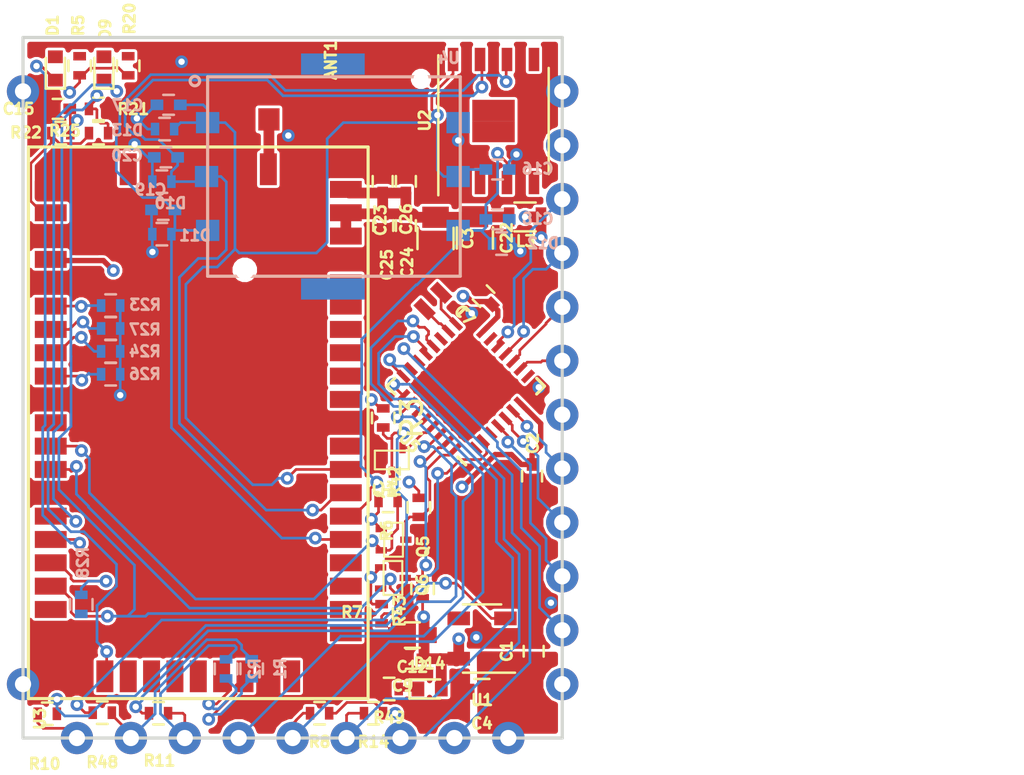
<source format=kicad_pcb>
(kicad_pcb (version 4) (host pcbnew 4.0.6)
  (title_block (title "PocketBeagle KiCAD") (date 2017-08-14) (comment 1 "Prototyped by: GHI Electronics, LLC") (comment 2 "Converted to KiCAD: QWERTY Embedded Design, LLC"))
  (layers (0 Top signal) (1 VDD signal) (2 DigitalGND signal) (31 Bottom signal) (34 B.Paste user) (35 F.Paste user) (36 B.SilkS user) (37 F.SilkS user) (38 B.Mask user hide) (39 F.Mask user hide) (44 Edge.Cuts user))
  (net 0 "")
  (net 1 GND)
  (net 2 "Net-(ANT1-Pad1)")
  (net 3 /UBLOX_RESET_N)
  (net 4 /UBLOX_SIM_VSIM)
  (net 5 /UBLOX_SIM_IO)
  (net 6 /UBLOX_SIM_CLK)
  (net 7 /UBLOX_SIM_RST)
  (net 8 /UBLOX_VCC)
  (net 9 "Net-(D1-Pad2)")
  (net 10 "Net-(D9-Pad2)")
  (net 11 /UBLOX_RXD)
  (net 12 /UBLOX_TXD)
  (net 13 /GPIO1)
  (net 14 /UBLOX_SARA_USB_D_P)
  (net 15 /GPIO2)
  (net 16 /UBLOX_SARA_USB_D_N)
  (net 17 /UBLOX_PWR_ON)
  (net 18 "Net-(R22-Pad1)")
  (net 19 "Net-(R23-Pad1)")
  (net 20 "Net-(R24-Pad1)")
  (net 21 "Net-(R26-Pad1)")
  (net 22 "Net-(R27-Pad1)")
  (net 23 "Net-(R28-Pad1)")
  (net 24 "Net-(D14-Pad1)")
  (net 25 "Net-(R10-Pad1)")
  (net 26 /USR_TCK_SWDCLK)
  (net 27 /USR_TDI)
  (net 28 /USR_TDO_SWO)
  (net 29 /BL_SCL)
  (net 30 /BL_SDA)
  (net 31 /USR_TMS_SWDIO)
  (net 32 /USR_RESET)
  (net 33 /MOD_EN)
  (net 34 /USER_TX)
  (net 35 /USER_RX)
  (net 36 /STATUS1)
  (net 37 /STATUS2)
  (net 38 "Net-(ABS5-Pad1)")
  (net 39 "Net-(ABS5-Pad2)")
  (net 40 /SHIFTED_UBLOX_TX)
  (net 41 /SHIFTED_UBLOX_RX)
  (net 42 /SYS_TCK_SWDCLK)
  (net 43 /SYS_TMS_SWDIO)
  (net 44 /CARD_EDGE_STATUS_USB_D_P)
  (net 45 /CARD_EDGE_STATUS_USB_D_N)
  (net 46 /SPARE4)
  (net 47 /SPARE2)
  (net 48 /SPARE3)
  (net 49 MODULE_VIN_4V2_to_3V3)
  (net 50 REGULATED_3V3)
  (net 51 UBLOX_1V8_OUTPUT)
  (net 52 /UBLOX_RESET_N_OPENDRAIN)
  (net 53 "Net-(U1-Pad4)")
  (net 54 "Net-(U2-Pad2)")
  (net 55 "Net-(U2-Pad4)")
  (net 56 "Net-(U2-Pad5)")
  (net 57 /UBLOX_CTS)
  (net 58 "Net-(U3-Pad19)")
  (net 59 /GPIO3)
  (net 60 /GPIO4)
  (net 61 "Net-(U3-Pad26)")
  (net 62 "Net-(U3-Pad27)")
  (net 63 "Net-(U3-Pad31)")
  (net 64 "Net-(U3-Pad34)")
  (net 65 "Net-(U3-Pad35)")
  (net 66 "Net-(U3-Pad36)")
  (net 67 "Net-(U3-Pad37)")
  (net 68 /SIM_DET)
  (net 69 "Net-(U3-Pad44)")
  (net 70 "Net-(U3-Pad45)")
  (net 71 "Net-(U3-Pad46)")
  (net 72 "Net-(U3-Pad47)")
  (net 73 "Net-(U3-Pad48)")
  (net 74 "Net-(U3-Pad49)")
  (net 75 "Net-(U3-Pad62)")
  (net 76 "Net-(U4-Pad4)")
  (net 77 "Net-(U4-Pad8)")
  (net 78 /TXL_ON_N)
  (net 79 /EXP_CS)
  (net 80 /SPARE5)
  (net 81 /RESET_PUSH)
  (net 82 /PWM_R)
  (net 83 /USER_PROGRAM)
  (net 84 /SPARE1)
  (net 85 "Net-(R28-Pad2)")
  (module Capacitors_SMD:C_0402 (layer Top) (at 156.0576 107.0356 270)
    (fp_text reference C2 (at -1.5494 -0.0381 270) (layer F.SilkS) (effects (font (size 0.508 0.508) (thickness 0.127))))
    (fp_text value C)
    (pad 1 smd rect (at -0.55 0 270) (size 0.6 0.5) (layers Top F.Paste F.Mask) (net 50 REGULATED_3V3))
    (pad 2 smd rect (at 0.55 0 270) (size 0.6 0.5) (layers Top F.Paste F.Mask) (net 1 GND))
  )
  (module Housings_DFN_QFN:QFN-32-1EP_5x5mm_Pitch0.5mm (layer Top) (at 152.9334 102.794359 135)
    (fp_text reference U5 (at 0 -3.75 135) (layer F.SilkS) (effects (font (size 0.508 0.508) (thickness 0.127))))
    (fp_text value MKL17Z256VFM4)
    (pad 1 smd rect (at -2.4 -1.75 135) (size 0.7 0.25) (layers Top F.Paste F.Mask) (net 78 /TXL_ON_N))
    (pad 2 smd rect (at -2.4 -1.25 135) (size 0.7 0.25) (layers Top F.Paste F.Mask) (net 36 /STATUS1))
    (pad 3 smd rect (at -2.4 -0.75 135) (size 0.7 0.25) (layers Top F.Paste F.Mask) (net 79 /EXP_CS))
    (pad 4 smd rect (at -2.4 -0.25 135) (size 0.7 0.25) (layers Top F.Paste F.Mask) (net 26 /USR_TCK_SWDCLK))
    (pad 5 smd rect (at -2.4 0.25 135) (size 0.7 0.25) (layers Top F.Paste F.Mask) (net 27 /USR_TDI))
    (pad 6 smd rect (at -2.4 0.75 135) (size 0.7 0.25) (layers Top F.Paste F.Mask) (net 28 /USR_TDO_SWO))
    (pad 7 smd rect (at -2.4 1.25 135) (size 0.7 0.25) (layers Top F.Paste F.Mask) (net 50 REGULATED_3V3))
    (pad 8 smd rect (at -2.4 1.75 135) (size 0.7 0.25) (layers Top F.Paste F.Mask) (net 1 GND))
    (pad 9 smd rect (at -1.75 2.4 225) (size 0.7 0.25) (layers Top F.Paste F.Mask) (net 46 /SPARE4))
    (pad 10 smd rect (at -1.25 2.4 225) (size 0.7 0.25) (layers Top F.Paste F.Mask) (net 42 /SYS_TCK_SWDCLK))
    (pad 11 smd rect (at -0.75 2.4 225) (size 0.7 0.25) (layers Top F.Paste F.Mask) (net 47 /SPARE2))
    (pad 12 smd rect (at -0.25 2.4 225) (size 0.7 0.25) (layers Top F.Paste F.Mask) (net 48 /SPARE3))
    (pad 13 smd rect (at 0.25 2.4 225) (size 0.7 0.25) (layers Top F.Paste F.Mask) (net 43 /SYS_TMS_SWDIO))
    (pad 14 smd rect (at 0.75 2.4 225) (size 0.7 0.25) (layers Top F.Paste F.Mask) (net 80 /SPARE5))
    (pad 15 smd rect (at 1.25 2.4 225) (size 0.7 0.25) (layers Top F.Paste F.Mask) (net 50 REGULATED_3V3))
    (pad 16 smd rect (at 1.75 2.4 225) (size 0.7 0.25) (layers Top F.Paste F.Mask) (net 1 GND))
    (pad 17 smd rect (at 2.4 1.75 135) (size 0.7 0.25) (layers Top F.Paste F.Mask) (net 38 "Net-(ABS5-Pad1)"))
    (pad 18 smd rect (at 2.4 1.25 135) (size 0.7 0.25) (layers Top F.Paste F.Mask) (net 39 "Net-(ABS5-Pad2)"))
    (pad 19 smd rect (at 2.4 0.75 135) (size 0.7 0.25) (layers Top F.Paste F.Mask) (net 81 /RESET_PUSH))
    (pad 20 smd rect (at 2.4 0.25 135) (size 0.7 0.25) (layers Top F.Paste F.Mask) (net 29 /BL_SCL))
    (pad 21 smd rect (at 2.4 -0.25 135) (size 0.7 0.25) (layers Top F.Paste F.Mask) (net 30 /BL_SDA))
    (pad 22 smd rect (at 2.4 -0.75 135) (size 0.7 0.25) (layers Top F.Paste F.Mask) (net 31 /USR_TMS_SWDIO))
    (pad 23 smd rect (at 2.4 -1.25 135) (size 0.7 0.25) (layers Top F.Paste F.Mask) (net 82 /PWM_R))
    (pad 24 smd rect (at 2.4 -1.75 135) (size 0.7 0.25) (layers Top F.Paste F.Mask) (net 35 /USER_RX))
    (pad 25 smd rect (at 1.75 -2.4 225) (size 0.7 0.25) (layers Top F.Paste F.Mask) (net 34 /USER_TX))
    (pad 26 smd rect (at 1.25 -2.4 225) (size 0.7 0.25) (layers Top F.Paste F.Mask) (net 32 /USR_RESET))
    (pad 27 smd rect (at 0.75 -2.4 225) (size 0.7 0.25) (layers Top F.Paste F.Mask) (net 83 /USER_PROGRAM))
    (pad 28 smd rect (at 0.25 -2.4 225) (size 0.7 0.25) (layers Top F.Paste F.Mask) (net 84 /SPARE1))
    (pad 29 smd rect (at -0.25 -2.4 225) (size 0.7 0.25) (layers Top F.Paste F.Mask) (net 52 /UBLOX_RESET_N_OPENDRAIN))
    (pad 30 smd rect (at -0.75 -2.4 225) (size 0.7 0.25) (layers Top F.Paste F.Mask) (net 37 /STATUS2))
    (pad 31 smd rect (at -1.25 -2.4 225) (size 0.7 0.25) (layers Top F.Paste F.Mask) (net 41 /SHIFTED_UBLOX_RX))
    (pad 32 smd rect (at -1.75 -2.4 225) (size 0.7 0.25) (layers Top F.Paste F.Mask) (net 40 /SHIFTED_UBLOX_TX))
    (pad 33 smd rect (at 0.8625 0.8625 135) (size 1.725 1.725) (layers Top F.Paste F.Mask) (net 1 GND))
    (pad 33 smd rect (at 0.8625 -0.8625 135) (size 1.725 1.725) (layers Top F.Paste F.Mask) (net 1 GND))
    (pad 33 smd rect (at -0.8625 0.8625 135) (size 1.725 1.725) (layers Top F.Paste F.Mask) (net 1 GND))
    (pad 33 smd rect (at -0.8625 -0.8625 135) (size 1.725 1.725) (layers Top F.Paste F.Mask) (net 1 GND))
  )
  (module minimus-prime:Minimus-Prime-Edge-Extended (layer Top) (at 134.62 119.38)
    (fp_text reference J1 hide)
    (fp_text value CONN_01X23 hide)
    (pad 11 thru_hole circle (at 22.86 -2.54) (size 1.524 1.524) (drill 0.762) (layers *.Cu *.Mask) (net 1 GND))
    (pad 12 thru_hole circle (at 22.86 -5.08) (size 1.524 1.524) (drill 0.762) (layers *.Cu *.Mask) (net 31 /USR_TMS_SWDIO))
    (pad 13 thru_hole circle (at 22.86 -7.62) (size 1.524 1.524) (drill 0.762) (layers *.Cu *.Mask) (net 26 /USR_TCK_SWDCLK))
    (pad 14 thru_hole circle (at 22.86 -10.16) (size 1.524 1.524) (drill 0.762) (layers *.Cu *.Mask) (net 27 /USR_TDI))
    (pad 15 thru_hole circle (at 22.86 -12.7) (size 1.524 1.524) (drill 0.762) (layers *.Cu *.Mask) (net 28 /USR_TDO_SWO))
    (pad 1 thru_hole circle (at -2.54 -2.54) (size 1.524 1.524) (drill 0.762) (layers *.Cu *.Mask) (net 1 GND))
    (pad 2 thru_hole circle (at 0 0) (size 1.524 1.524) (drill 0.762) (layers *.Cu *.Mask) (net 33 /MOD_EN))
    (pad 3 thru_hole circle (at 2.54 0) (size 1.524 1.524) (drill 0.762) (layers *.Cu *.Mask) (net 44 /CARD_EDGE_STATUS_USB_D_P))
    (pad 4 thru_hole circle (at 5.08 0) (size 1.524 1.524) (drill 0.762) (layers *.Cu *.Mask) (net 45 /CARD_EDGE_STATUS_USB_D_N))
    (pad 5 thru_hole circle (at 7.62 0) (size 1.524 1.524) (drill 0.762) (layers *.Cu *.Mask) (net 32 /USR_RESET))
    (pad 6 thru_hole circle (at 10.16 0) (size 1.524 1.524) (drill 0.762) (layers *.Cu *.Mask) (net 29 /BL_SCL))
    (pad 7 thru_hole circle (at 12.7 0) (size 1.524 1.524) (drill 0.762) (layers *.Cu *.Mask) (net 30 /BL_SDA))
    (pad 8 thru_hole circle (at 15.24 0) (size 1.524 1.524) (drill 0.762) (layers *.Cu *.Mask) (net 34 /USER_TX))
    (pad 9 thru_hole circle (at 17.78 0) (size 1.524 1.524) (drill 0.762) (layers *.Cu *.Mask) (net 35 /USER_RX))
    (pad 10 thru_hole circle (at 20.32 0) (size 1.524 1.524) (drill 0.762) (layers *.Cu *.Mask) (net 49 MODULE_VIN_4V2_to_3V3))
    (pad 22 thru_hole circle (at 22.86 -30.48) (size 1.524 1.524) (drill 0.762) (layers *.Cu *.Mask) (net 1 GND))
    (pad 23 thru_hole circle (at -2.54 -30.48) (size 1.524 1.524) (drill 0.762) (layers *.Cu *.Mask) (net 1 GND))
    (pad 16 thru_hole circle (at 22.86 -15.24) (size 1.524 1.524) (drill 0.762) (layers *.Cu *.Mask) (net 46 /SPARE4))
    (pad 17 thru_hole circle (at 22.86 -17.78) (size 1.524 1.524) (drill 0.762) (layers *.Cu *.Mask) (net 42 /SYS_TCK_SWDCLK))
    (pad 18 thru_hole circle (at 22.86 -20.32) (size 1.524 1.524) (drill 0.762) (layers *.Cu *.Mask) (net 47 /SPARE2))
    (pad 19 thru_hole circle (at 22.86 -22.86) (size 1.524 1.524) (drill 0.762) (layers *.Cu *.Mask) (net 48 /SPARE3))
    (pad 20 thru_hole circle (at 22.86 -25.4) (size 1.524 1.524) (drill 0.762) (layers *.Cu *.Mask) (net 43 /SYS_TMS_SWDIO))
    (pad 21 thru_hole circle (at 22.86 -27.94) (size 1.524 1.524) (drill 0.762) (layers *.Cu *.Mask) (net 49 MODULE_VIN_4V2_to_3V3))
  )
  (module minimus-prime:via (layer Top) (at 139.5476 87.503)
    (fp_text reference REF** hide)
    (fp_text value via hide)
    (pad 1 thru_hole circle (at 0 0) (size 0.59944 0.59944) (drill 0.29972) (layers *.Cu) (net 1 GND))
  )
  (module minimus-prime:via (layer Top) (at 144.5768 90.9828)
    (fp_text reference REF** hide)
    (fp_text value via hide)
    (pad 1 thru_hole circle (at 0 0) (size 0.59944 0.59944) (drill 0.29972) (layers *.Cu) (net 1 GND))
  )
  (module beaglephone-pocket:SARA-G3-U2 (layer Top) (at 140.335 104.521)
    (fp_text reference U3 (at -7.4549 13.9573 90) (layer F.SilkS) (effects (font (size 0.508 0.508) (thickness 0.127))))
    (fp_text value SARA-U260)
    (pad 1 smd rect (at -6.95 -11) (size 1.5 0.8) (layers Top F.Paste F.Mask) (net 1 GND))
    (pad 2 smd rect (at -6.95 -9.9) (size 1.5 0.8) (layers Top F.Paste F.Mask) (net 18 "Net-(R22-Pad1)"))
    (pad 3 smd rect (at -6.95 -8.8) (size 1.5 0.8) (layers Top F.Paste F.Mask) (net 1 GND))
    (pad 4 smd rect (at -6.95 -7.7) (size 1.5 0.8) (layers Top F.Paste F.Mask) (net 51 UBLOX_1V8_OUTPUT))
    (pad 5 smd rect (at -6.95 -6.6) (size 1.5 0.8) (layers Top F.Paste F.Mask) (net 1 GND))
    (pad 6 smd rect (at -6.95 -5.5) (size 1.5 0.8) (layers Top F.Paste F.Mask) (net 19 "Net-(R23-Pad1)"))
    (pad 7 smd rect (at -6.95 -4.4) (size 1.5 0.8) (layers Top F.Paste F.Mask) (net 22 "Net-(R27-Pad1)"))
    (pad 8 smd rect (at -6.95 -3.3) (size 1.5 0.8) (layers Top F.Paste F.Mask) (net 20 "Net-(R24-Pad1)"))
    (pad 9 smd rect (at -6.95 -2.2) (size 1.5 0.8) (layers Top F.Paste F.Mask) (net 21 "Net-(R26-Pad1)"))
    (pad 10 smd rect (at -6.95 -1.1) (size 1.5 0.8) (layers Top F.Paste F.Mask) (net 1 GND))
    (pad 11 smd rect (at -6.95 0) (size 1.5 0.8) (layers Top F.Paste F.Mask) (net 57 /UBLOX_CTS))
    (pad 12 smd rect (at -6.95 1.1) (size 1.5 0.8) (layers Top F.Paste F.Mask) (net 12 /UBLOX_TXD))
    (pad 13 smd rect (at -6.95 2.2) (size 1.5 0.8) (layers Top F.Paste F.Mask) (net 11 /UBLOX_RXD))
    (pad 14 smd rect (at -6.95 3.3) (size 1.5 0.8) (layers Top F.Paste F.Mask) (net 1 GND))
    (pad 15 smd rect (at -6.95 4.4) (size 1.5 0.8) (layers Top F.Paste F.Mask) (net 17 /UBLOX_PWR_ON))
    (pad 16 smd rect (at -6.95 5.5) (size 1.5 0.8) (layers Top F.Paste F.Mask) (net 13 /GPIO1))
    (pad 17 smd rect (at -6.95 6.6) (size 1.5 0.8) (layers Top F.Paste F.Mask) (net 23 "Net-(R28-Pad1)"))
    (pad 18 smd rect (at -6.95 7.7) (size 1.5 0.8) (layers Top F.Paste F.Mask) (net 3 /UBLOX_RESET_N))
    (pad 19 smd rect (at -6.95 8.8) (size 1.5 0.8) (layers Top F.Paste F.Mask) (net 58 "Net-(U3-Pad19)"))
    (pad 20 smd rect (at -6.95 9.9) (size 1.5 0.8) (layers Top F.Paste F.Mask) (net 1 GND))
    (pad 21 smd rect (at -6.95 11) (size 1.5 0.8) (layers Top F.Paste F.Mask) (net 1 GND))
    (pad 22 smd rect (at -5.5 11.95) (size 0.8 1.5) (layers Top F.Paste F.Mask) (net 1 GND))
    (pad 23 smd rect (at -4.4 11.95) (size 0.8 1.5) (layers Top F.Paste F.Mask) (net 15 /GPIO2))
    (pad 24 smd rect (at -3.3 11.95) (size 0.8 1.5) (layers Top F.Paste F.Mask) (net 59 /GPIO3))
    (pad 25 smd rect (at -2.2 11.95) (size 0.8 1.5) (layers Top F.Paste F.Mask) (net 60 /GPIO4))
    (pad 26 smd rect (at -1.1 11.95) (size 0.8 1.5) (layers Top F.Paste F.Mask) (net 61 "Net-(U3-Pad26)"))
    (pad 27 smd rect (at 0 11.95) (size 0.8 1.5) (layers Top F.Paste F.Mask) (net 62 "Net-(U3-Pad27)"))
    (pad 28 smd rect (at 1.1 11.95) (size 0.8 1.5) (layers Top F.Paste F.Mask) (net 16 /UBLOX_SARA_USB_D_N))
    (pad 29 smd rect (at 2.2 11.95) (size 0.8 1.5) (layers Top F.Paste F.Mask) (net 14 /UBLOX_SARA_USB_D_P))
    (pad 30 smd rect (at 3.3 11.95) (size 0.8 1.5) (layers Top F.Paste F.Mask) (net 1 GND))
    (pad 31 smd rect (at 4.4 11.95) (size 0.8 1.5) (layers Top F.Paste F.Mask) (net 63 "Net-(U3-Pad31)"))
    (pad 32 smd rect (at 5.5 11.95) (size 0.8 1.5) (layers Top F.Paste F.Mask) (net 1 GND))
    (pad 33 smd rect (at 6.95 11) (size 1.5 0.8) (layers Top F.Paste F.Mask) (net 1 GND))
    (pad 34 smd rect (at 6.95 9.9) (size 1.5 0.8) (layers Top F.Paste F.Mask) (net 64 "Net-(U3-Pad34)"))
    (pad 35 smd rect (at 6.95 8.8) (size 1.5 0.8) (layers Top F.Paste F.Mask) (net 65 "Net-(U3-Pad35)"))
    (pad 36 smd rect (at 6.95 7.7) (size 1.5 0.8) (layers Top F.Paste F.Mask) (net 66 "Net-(U3-Pad36)"))
    (pad 37 smd rect (at 6.95 6.6) (size 1.5 0.8) (layers Top F.Paste F.Mask) (net 67 "Net-(U3-Pad37)"))
    (pad 38 smd rect (at 6.95 5.5) (size 1.5 0.8) (layers Top F.Paste F.Mask) (net 6 /UBLOX_SIM_CLK))
    (pad 39 smd rect (at 6.95 4.4) (size 1.5 0.8) (layers Top F.Paste F.Mask) (net 5 /UBLOX_SIM_IO))
    (pad 40 smd rect (at 6.95 3.3) (size 1.5 0.8) (layers Top F.Paste F.Mask) (net 7 /UBLOX_SIM_RST))
    (pad 41 smd rect (at 6.95 2.2) (size 1.5 0.8) (layers Top F.Paste F.Mask) (net 4 /UBLOX_SIM_VSIM))
    (pad 42 smd rect (at 6.95 1.1) (size 1.5 0.8) (layers Top F.Paste F.Mask) (net 68 /SIM_DET))
    (pad 43 smd rect (at 6.95 0) (size 1.5 0.8) (layers Top F.Paste F.Mask) (net 1 GND))
    (pad 44 smd rect (at 6.95 -1.1) (size 1.5 0.8) (layers Top F.Paste F.Mask) (net 69 "Net-(U3-Pad44)"))
    (pad 45 smd rect (at 6.95 -2.2) (size 1.5 0.8) (layers Top F.Paste F.Mask) (net 70 "Net-(U3-Pad45)"))
    (pad 46 smd rect (at 6.95 -3.3) (size 1.5 0.8) (layers Top F.Paste F.Mask) (net 71 "Net-(U3-Pad46)"))
    (pad 47 smd rect (at 6.95 -4.4) (size 1.5 0.8) (layers Top F.Paste F.Mask) (net 72 "Net-(U3-Pad47)"))
    (pad 48 smd rect (at 6.95 -5.5) (size 1.5 0.8) (layers Top F.Paste F.Mask) (net 73 "Net-(U3-Pad48)"))
    (pad 49 smd rect (at 6.95 -6.6) (size 1.5 0.8) (layers Top F.Paste F.Mask) (net 74 "Net-(U3-Pad49)"))
    (pad 50 smd rect (at 6.95 -7.7) (size 1.5 0.8) (layers Top F.Paste F.Mask) (net 1 GND))
    (pad 51 smd rect (at 6.95 -8.8) (size 1.5 0.8) (layers Top F.Paste F.Mask) (net 8 /UBLOX_VCC))
    (pad 52 smd rect (at 6.95 -9.9) (size 1.5 0.8) (layers Top F.Paste F.Mask) (net 8 /UBLOX_VCC))
    (pad 53 smd rect (at 6.95 -11) (size 1.5 0.8) (layers Top F.Paste F.Mask) (net 8 /UBLOX_VCC))
    (pad 54 smd rect (at 5.5 -11.95) (size 0.8 1.5) (layers Top F.Paste F.Mask) (net 1 GND))
    (pad 55 smd rect (at 4.4 -11.95) (size 0.8 1.5) (layers Top F.Paste F.Mask) (net 1 GND))
    (pad 56 smd rect (at 3.3 -11.95) (size 0.8 1.5) (layers Top F.Paste F.Mask) (net 2 "Net-(ANT1-Pad1)"))
    (pad 57 smd rect (at 2.2 -11.95) (size 0.8 1.5) (layers Top F.Paste F.Mask) (net 1 GND))
    (pad 58 smd rect (at 1.1 -11.95) (size 0.8 1.5) (layers Top F.Paste F.Mask) (net 1 GND))
    (pad 59 smd rect (at 0 -11.95) (size 0.8 1.5) (layers Top F.Paste F.Mask) (net 1 GND))
    (pad 60 smd rect (at -1.1 -11.95) (size 0.8 1.5) (layers Top F.Paste F.Mask) (net 1 GND))
    (pad 61 smd rect (at -2.2 -11.95) (size 0.8 1.5) (layers Top F.Paste F.Mask) (net 1 GND))
    (pad 62 smd rect (at -3.3 -11.95) (size 0.8 1.5) (layers Top F.Paste F.Mask) (net 75 "Net-(U3-Pad62)"))
    (pad 63 smd rect (at -4.4 -11.95) (size 0.8 1.5) (layers Top F.Paste F.Mask) (net 1 GND))
    (pad 64 smd rect (at -5.5 -11.95) (size 0.8 1.5) (layers Top F.Paste F.Mask) (net 1 GND))
    (pad 65 smd rect (at -5.25 -10.25) (size 1.1 1.1) (layers Top F.Paste F.Mask) (net 1 GND))
    (pad 66 smd rect (at -3.15 -10.25) (size 1.1 1.1) (layers Top F.Paste F.Mask) (net 1 GND))
    (pad 67 smd rect (at -1.05 -10.25) (size 1.1 1.1) (layers Top F.Paste F.Mask) (net 1 GND))
    (pad 68 smd rect (at 1.05 -10.25) (size 1.1 1.1) (layers Top F.Paste F.Mask) (net 1 GND))
    (pad 69 smd rect (at 3.15 -10.25) (size 1.1 1.1) (layers Top F.Paste F.Mask) (net 1 GND))
    (pad 70 smd rect (at 5.25 -10.25) (size 1.1 1.1) (layers Top F.Paste F.Mask) (net 1 GND))
    (pad 71 smd rect (at -5.25 -8.45) (size 1.1 1.1) (layers Top F.Paste F.Mask) (net 1 GND))
    (pad 72 smd rect (at -3.15 -8.45) (size 1.1 1.1) (layers Top F.Paste F.Mask) (net 1 GND))
    (pad 73 smd rect (at -1.05 -8.45) (size 1.1 1.1) (layers Top F.Paste F.Mask) (net 1 GND))
    (pad 74 smd rect (at 1.05 -8.45) (size 1.1 1.1) (layers Top F.Paste F.Mask) (net 1 GND))
    (pad 75 smd rect (at 3.15 -8.45) (size 1.1 1.1) (layers Top F.Paste F.Mask) (net 1 GND))
    (pad 76 smd rect (at 5.25 -8.45) (size 1.1 1.1) (layers Top F.Paste F.Mask) (net 1 GND))
    (pad 77 smd rect (at -5.25 -6.65) (size 1.1 1.1) (layers Top F.Paste F.Mask) (net 1 GND))
    (pad 78 smd rect (at 5.25 -6.65) (size 1.1 1.1) (layers Top F.Paste F.Mask) (net 1 GND))
    (pad 79 smd rect (at -5.25 -3.05) (size 1.1 1.1) (layers Top F.Paste F.Mask) (net 1 GND))
    (pad 80 smd rect (at 5.25 -3.05) (size 1.1 1.1) (layers Top F.Paste F.Mask) (net 1 GND))
    (pad 81 smd rect (at -5.25 3.05) (size 1.1 1.1) (layers Top F.Paste F.Mask) (net 1 GND))
    (pad 82 smd rect (at 5.25 3.05) (size 1.1 1.1) (layers Top F.Paste F.Mask) (net 1 GND))
    (pad 83 smd rect (at -5.25 6.65) (size 1.1 1.1) (layers Top F.Paste F.Mask) (net 1 GND))
    (pad 84 smd rect (at 5.25 6.65) (size 1.1 1.1) (layers Top F.Paste F.Mask) (net 1 GND))
    (pad 85 smd rect (at -5.25 8.25) (size 1.1 1.1) (layers Top F.Paste F.Mask) (net 1 GND))
    (pad 86 smd rect (at -3.15 8.25) (size 1.1 1.1) (layers Top F.Paste F.Mask) (net 1 GND))
    (pad 87 smd rect (at -1.05 8.25) (size 1.1 1.1) (layers Top F.Paste F.Mask) (net 1 GND))
    (pad 88 smd rect (at 1.05 8.25) (size 1.1 1.1) (layers Top F.Paste F.Mask) (net 1 GND))
    (pad 89 smd rect (at 3.15 8.25) (size 1.1 1.1) (layers Top F.Paste F.Mask) (net 1 GND))
    (pad 90 smd rect (at 5.25 8.25) (size 1.1 1.1) (layers Top F.Paste F.Mask) (net 1 GND))
    (pad 91 smd rect (at -5.25 10.05) (size 1.1 1.1) (layers Top F.Paste F.Mask) (net 1 GND))
    (pad 92 smd rect (at -3.3 10.05) (size 1.1 1.1) (layers Top F.Paste F.Mask) (net 1 GND))
    (pad 93 smd rect (at -1.15 10.05) (size 1.1 1.1) (layers Top F.Paste F.Mask) (net 1 GND))
    (pad 94 smd rect (at 1.05 10.05) (size 1.1 1.1) (layers Top F.Paste F.Mask) (net 1 GND))
    (pad 95 smd rect (at 3.15 10.05) (size 1.1 1.1) (layers Top F.Paste F.Mask) (net 1 GND))
    (pad 96 smd rect (at 5.25 10.05) (size 1.1 1.1) (layers Top F.Paste F.Mask) (net 1 GND))
  )
  (module Capacitors_SMD:C_0402 (layer Bottom) (at 154.432 94.9325 180)
    (fp_text reference C18 (at -1.8923 0.0254 180) (layer B.SilkS) (effects (font (size 0.508 0.508) (thickness 0.127)) (justify mirror)))
    (fp_text value 47p)
    (pad 1 smd rect (at -0.55 0 180) (size 0.6 0.5) (layers Bottom B.Paste B.Mask) (net 1 GND))
    (pad 2 smd rect (at 0.55 0 180) (size 0.6 0.5) (layers Bottom B.Paste B.Mask) (net 5 /UBLOX_SIM_IO))
  )
  (module Resistors_SMD:R_0603 (layer Top) (at 155.7274 94.8182 180)
    (fp_text reference L3 (at -0.0254 -1.143 180) (layer F.SilkS) (effects (font (size 0.508 0.508) (thickness 0.127))))
    (fp_text value FB)
    (pad 1 smd rect (at -0.75 0 180) (size 0.5 0.9) (layers Top F.Paste F.Mask) (net 49 MODULE_VIN_4V2_to_3V3))
    (pad 2 smd rect (at 0.75 0 180) (size 0.5 0.9) (layers Top F.Paste F.Mask) (net 8 /UBLOX_VCC))
  )
  (module beaglephone-pocket:SIM8050-6-0-14-01-A (layer Bottom) (at 146.6752 92.9132 90)
    (fp_text reference U4 (at 5.588 5.461 360) (layer B.SilkS) (effects (font (size 0.508 0.508) (thickness 0.127)) (justify mirror)))
    (fp_text value SIM-CARD-HOLDER)
    (pad "" np_thru_hole circle (at 4.6 4.15 90) (size 0.7 0.7) (drill 0.7) (layers *.Cu *.Mask))
    (pad 1 smd rect (at 2.54 -5.9 90) (size 1 1.1) (layers Bottom B.Paste B.Mask) (net 4 /UBLOX_SIM_VSIM))
    (pad 2 smd rect (at 0 -5.95 90) (size 1 1.1) (layers Bottom B.Paste B.Mask) (net 7 /UBLOX_SIM_RST))
    (pad 3 smd rect (at -2.54 -5.9 90) (size 1 1.1) (layers Bottom B.Paste B.Mask) (net 6 /UBLOX_SIM_CLK))
    (pad 7 smd rect (at -2.54 5.9 90) (size 1 1.1) (layers Bottom B.Paste B.Mask) (net 5 /UBLOX_SIM_IO))
    (pad 6 smd rect (at 0 5.9 90) (size 1 1.1) (layers Bottom B.Paste B.Mask) (net 4 /UBLOX_SIM_VSIM))
    (pad 5 smd rect (at 2.54 5.9 90) (size 1 1.1) (layers Bottom B.Paste B.Mask) (net 1 GND))
    (pad 4 smd rect (at 5.3 0 90) (size 1 3) (layers Bottom B.Paste B.Mask) (net 76 "Net-(U4-Pad4)"))
    (pad 8 smd rect (at -5.3 0 90) (size 1 3) (layers Bottom B.Paste B.Mask) (net 77 "Net-(U4-Pad8)"))
    (pad "" np_thru_hole circle (at -4.4 -4.15 90) (size 0.9 0.9) (drill 0.9) (layers *.Cu *.Mask))
  )
  (module Resistors_SMD:R_0402 (layer Top) (at 138.4626 118.2116 180)
    (fp_text reference R11 (at -0.0436 -2.2352 180) (layer F.SilkS) (effects (font (size 0.508 0.508) (thickness 0.127))))
    (fp_text value 0)
    (pad 1 smd rect (at -0.45 0 180) (size 0.4 0.6) (layers Top F.Paste F.Mask) (net 45 /CARD_EDGE_STATUS_USB_D_N))
    (pad 2 smd rect (at 0.45 0 180) (size 0.4 0.6) (layers Top F.Paste F.Mask) (net 37 /STATUS2))
  )
  (module Resistors_SMD:R_0402 (layer Top) (at 135.636 90.8685)
    (fp_text reference R25 (at -1.5875 -0.1143) (layer F.SilkS) (effects (font (size 0.508 0.508) (thickness 0.127))))
    (fp_text value 100K)
    (pad 1 smd rect (at -0.45 0) (size 0.4 0.6) (layers Top F.Paste F.Mask) (net 18 "Net-(R22-Pad1)"))
    (pad 2 smd rect (at 0.45 0) (size 0.4 0.6) (layers Top F.Paste F.Mask) (net 17 /UBLOX_PWR_ON))
  )
  (module Resistors_SMD:R_0402 (layer Top) (at 135.636 89.7255)
    (fp_text reference R21 (at 1.6383 0.0127) (layer F.SilkS) (effects (font (size 0.508 0.508) (thickness 0.127))))
    (fp_text value 100K)
    (pad 1 smd rect (at -0.45 0) (size 0.4 0.6) (layers Top F.Paste F.Mask) (net 17 /UBLOX_PWR_ON))
    (pad 2 smd rect (at 0.45 0) (size 0.4 0.6) (layers Top F.Paste F.Mask) (net 1 GND))
  )
  (module Resistors_SMD:R_0402 (layer Top) (at 133.858 90.8685)
    (fp_text reference R22 (at -1.6383 -0.0254) (layer F.SilkS) (effects (font (size 0.508 0.508) (thickness 0.127))))
    (fp_text value 100K)
    (pad 1 smd rect (at -0.45 0) (size 0.4 0.6) (layers Top F.Paste F.Mask) (net 18 "Net-(R22-Pad1)"))
    (pad 2 smd rect (at 0.45 0) (size 0.4 0.6) (layers Top F.Paste F.Mask) (net 3 /UBLOX_RESET_N))
  )
  (module Capacitors_SMD:C_0402 (layer Top) (at 133.731 89.7255 180)
    (fp_text reference C15 (at 1.8581 0 180) (layer F.SilkS) (effects (font (size 0.508 0.508) (thickness 0.127))))
    (fp_text value NOPE)
    (pad 1 smd rect (at -0.55 0 180) (size 0.6 0.5) (layers Top F.Paste F.Mask) (net 3 /UBLOX_RESET_N))
    (pad 2 smd rect (at 0.55 0 180) (size 0.6 0.5) (layers Top F.Paste F.Mask) (net 1 GND))
  )
  (module beaglephone-pocket:A-1JB (layer Top) (at 143.6624 88.6968 270)
    (fp_text reference ANT1 (at -1.27 -2.921 270) (layer F.SilkS) (effects (font (size 0.508 0.508) (thickness 0.127))))
    (fp_text value A-1JB)
    (pad 1 smd rect (at 1.525 0 270) (size 1.05 1) (layers Top F.Paste F.Mask) (net 2 "Net-(ANT1-Pad1)"))
    (pad 2 smd rect (at 0 -1.475 270) (size 2.2 1.05) (layers Top F.Paste F.Mask) (net 1 GND))
    (pad 3 smd rect (at -1.525 0 270) (size 1.05 1) (layers Top F.Paste F.Mask) (net 1 GND))
    (pad 4 smd rect (at 0 1.475 270) (size 2.2 1.05) (layers Top F.Paste F.Mask) (net 1 GND))
  )
  (module Capacitors_SMD:C_0402 (layer Bottom) (at 154.432 92.583 180)
    (fp_text reference C16 (at -1.8884 0.0381 180) (layer B.SilkS) (effects (font (size 0.508 0.508) (thickness 0.127)) (justify mirror)))
    (fp_text value 0.1U)
    (pad 1 smd rect (at -0.55 0 180) (size 0.6 0.5) (layers Bottom B.Paste B.Mask) (net 1 GND))
    (pad 2 smd rect (at 0.55 0 180) (size 0.6 0.5) (layers Bottom B.Paste B.Mask) (net 4 /UBLOX_SIM_VSIM))
  )
  (module Capacitors_SMD:C_0402 (layer Bottom) (at 138.938 89.535)
    (fp_text reference C17 (at -1.9304 0.0254) (layer B.SilkS) (effects (font (size 0.508 0.508) (thickness 0.127)) (justify mirror)))
    (fp_text value 47p)
    (pad 1 smd rect (at -0.55 0) (size 0.6 0.5) (layers Bottom B.Paste B.Mask) (net 1 GND))
    (pad 2 smd rect (at 0.55 0) (size 0.6 0.5) (layers Bottom B.Paste B.Mask) (net 4 /UBLOX_SIM_VSIM))
  )
  (module Capacitors_SMD:C_0402 (layer Bottom) (at 138.684 94.488)
    (fp_text reference C19 (at -0.5969 -0.9525) (layer B.SilkS) (effects (font (size 0.508 0.508) (thickness 0.127)) (justify mirror)))
    (fp_text value 47p)
    (pad 1 smd rect (at -0.55 0) (size 0.6 0.5) (layers Bottom B.Paste B.Mask) (net 1 GND))
    (pad 2 smd rect (at 0.55 0) (size 0.6 0.5) (layers Bottom B.Paste B.Mask) (net 6 /UBLOX_SIM_CLK))
  )
  (module Capacitors_SMD:C_0402 (layer Bottom) (at 138.811 92.0115)
    (fp_text reference C20 (at -1.8288 -0.0889) (layer B.SilkS) (effects (font (size 0.508 0.508) (thickness 0.127)) (justify mirror)))
    (fp_text value 47p)
    (pad 1 smd rect (at -0.55 0) (size 0.6 0.5) (layers Bottom B.Paste B.Mask) (net 1 GND))
    (pad 2 smd rect (at 0.55 0) (size 0.6 0.5) (layers Bottom B.Paste B.Mask) (net 7 /UBLOX_SIM_RST))
  )
  (module Capacitors_SMD:C_0402 (layer Top) (at 149.0218 93.1418 90)
    (fp_text reference C23 (at -1.8288 -0.1016 90) (layer F.SilkS) (effects (font (size 0.508 0.508) (thickness 0.127))))
    (fp_text value 10n)
    (pad 1 smd rect (at -0.55 0 90) (size 0.6 0.5) (layers Top F.Paste F.Mask) (net 8 /UBLOX_VCC))
    (pad 2 smd rect (at 0.55 0 90) (size 0.6 0.5) (layers Top F.Paste F.Mask) (net 1 GND))
  )
  (module Capacitors_SMD:C_0402 (layer Top) (at 150.114 95.2246 270)
    (fp_text reference C24 (at 1.7487 -0.0635 270) (layer F.SilkS) (effects (font (size 0.508 0.508) (thickness 0.127))))
    (fp_text value 100n)
    (pad 1 smd rect (at -0.55 0 270) (size 0.6 0.5) (layers Top F.Paste F.Mask) (net 8 /UBLOX_VCC))
    (pad 2 smd rect (at 0.55 0 270) (size 0.6 0.5) (layers Top F.Paste F.Mask) (net 1 GND))
  )
  (module Capacitors_SMD:C_0402 (layer Top) (at 149.0472 95.2246 270)
    (fp_text reference C25 (at 1.8503 -0.1778 270) (layer F.SilkS) (effects (font (size 0.508 0.508) (thickness 0.127))))
    (fp_text value 56p)
    (pad 1 smd rect (at -0.55 0 270) (size 0.6 0.5) (layers Top F.Paste F.Mask) (net 8 /UBLOX_VCC))
    (pad 2 smd rect (at 0.55 0 270) (size 0.6 0.5) (layers Top F.Paste F.Mask) (net 1 GND))
  )
  (module Capacitors_SMD:C_0402 (layer Top) (at 150.114 93.1418 90)
    (fp_text reference C26 (at -1.778 0.0127 90) (layer F.SilkS) (effects (font (size 0.508 0.508) (thickness 0.127))))
    (fp_text value 15p)
    (pad 1 smd rect (at -0.55 0 90) (size 0.6 0.5) (layers Top F.Paste F.Mask) (net 8 /UBLOX_VCC))
    (pad 2 smd rect (at 0.55 0 90) (size 0.6 0.5) (layers Top F.Paste F.Mask) (net 1 GND))
  )
  (module LEDs:LED_0402 (layer Top) (at 133.604 87.8205 90)
    (fp_text reference D1 (at 2.032 -0.127 90) (layer F.SilkS) (effects (font (size 0.508 0.508) (thickness 0.127))))
    (fp_text value "Red LED")
    (pad 2 smd rect (at 0.55 0 270) (size 0.6 0.7) (layers Top F.Paste F.Mask) (net 9 "Net-(D1-Pad2)"))
    (pad 1 smd rect (at -0.55 0 270) (size 0.6 0.7) (layers Top F.Paste F.Mask) (net 13 /GPIO1))
  )
  (module LEDs:LED_0402 (layer Top) (at 135.89 87.8205 90)
    (fp_text reference D9 (at 1.8415 0.0635 90) (layer F.SilkS) (effects (font (size 0.508 0.508) (thickness 0.127))))
    (fp_text value "Blue LED")
    (pad 2 smd rect (at 0.55 0 270) (size 0.6 0.7) (layers Top F.Paste F.Mask) (net 10 "Net-(D9-Pad2)"))
    (pad 1 smd rect (at -0.55 0 270) (size 0.6 0.7) (layers Top F.Paste F.Mask) (net 15 /GPIO2))
  )
  (module Resistors_SMD:R_0402 (layer Bottom) (at 138.6205 93.1545 180)
    (fp_text reference D10 (at -0.4064 -1.016 360) (layer B.SilkS) (effects (font (size 0.508 0.508) (thickness 0.127)) (justify mirror)))
    (fp_text value PESD0402)
    (pad 1 smd rect (at -0.45 0 180) (size 0.4 0.6) (layers Bottom B.Paste B.Mask) (net 7 /UBLOX_SIM_RST))
    (pad 2 smd rect (at 0.45 0 180) (size 0.4 0.6) (layers Bottom B.Paste B.Mask) (net 1 GND))
  )
  (module Resistors_SMD:R_0402 (layer Bottom) (at 138.6205 95.631 180)
    (fp_text reference D11 (at -1.5621 -0.0635 180) (layer B.SilkS) (effects (font (size 0.508 0.508) (thickness 0.127)) (justify mirror)))
    (fp_text value PESD0402)
    (pad 1 smd rect (at -0.45 0 180) (size 0.4 0.6) (layers Bottom B.Paste B.Mask) (net 6 /UBLOX_SIM_CLK))
    (pad 2 smd rect (at 0.45 0 180) (size 0.4 0.6) (layers Bottom B.Paste B.Mask) (net 1 GND))
  )
  (module Resistors_SMD:R_0402 (layer Bottom) (at 154.6225 96.0755)
    (fp_text reference D12 (at 1.9558 -0.0127) (layer B.SilkS) (effects (font (size 0.508 0.508) (thickness 0.127)) (justify mirror)))
    (fp_text value PESD0402)
    (pad 1 smd rect (at -0.45 0) (size 0.4 0.6) (layers Bottom B.Paste B.Mask) (net 5 /UBLOX_SIM_IO))
    (pad 2 smd rect (at 0.45 0) (size 0.4 0.6) (layers Bottom B.Paste B.Mask) (net 1 GND))
  )
  (module Resistors_SMD:R_0402 (layer Bottom) (at 138.7475 90.678 180)
    (fp_text reference D13 (at 1.7526 -0.0508 180) (layer B.SilkS) (effects (font (size 0.508 0.508) (thickness 0.127)) (justify mirror)))
    (fp_text value PESD0402)
    (pad 1 smd rect (at -0.45 0 180) (size 0.4 0.6) (layers Bottom B.Paste B.Mask) (net 4 /UBLOX_SIM_VSIM))
    (pad 2 smd rect (at 0.45 0 180) (size 0.4 0.6) (layers Bottom B.Paste B.Mask) (net 1 GND))
  )
  (module Resistors_SMD:R_0402 (layer Top) (at 134.747 87.6935 90)
    (fp_text reference R5 (at 1.905 -0.0635 90) (layer F.SilkS) (effects (font (size 0.508 0.508) (thickness 0.127))))
    (fp_text value 3K)
    (pad 1 smd rect (at -0.45 0 90) (size 0.4 0.6) (layers Top F.Paste F.Mask) (net 51 UBLOX_1V8_OUTPUT))
    (pad 2 smd rect (at 0.45 0 90) (size 0.4 0.6) (layers Top F.Paste F.Mask) (net 9 "Net-(D1-Pad2)"))
  )
  (module Resistors_SMD:R_0402 (layer Top) (at 149.2758 108.204 180)
    (fp_text reference R6 (at 0.058 -1.397 450) (layer F.SilkS) (effects (font (size 0.508 0.508) (thickness 0.127))))
    (fp_text value 10K)
    (pad 1 smd rect (at -0.45 0 180) (size 0.4 0.6) (layers Top F.Paste F.Mask) (net 12 /UBLOX_TXD))
    (pad 2 smd rect (at 0.45 0 180) (size 0.4 0.6) (layers Top F.Paste F.Mask) (net 51 UBLOX_1V8_OUTPUT))
  )
  (module Resistors_SMD:R_0402 (layer Top) (at 148.971 113.5198 90)
    (fp_text reference R7 (at 0.069 -1.397 360) (layer F.SilkS) (effects (font (size 0.508 0.508) (thickness 0.127))))
    (fp_text value 10K)
    (pad 1 smd rect (at -0.45 0 90) (size 0.4 0.6) (layers Top F.Paste F.Mask) (net 11 /UBLOX_RXD))
    (pad 2 smd rect (at 0.45 0 90) (size 0.4 0.6) (layers Top F.Paste F.Mask) (net 51 UBLOX_1V8_OUTPUT))
  )
  (module Resistors_SMD:R_0402 (layer Top) (at 133.223 118.237 180)
    (fp_text reference R10 (at 0.127 -2.3622 360) (layer F.SilkS) (effects (font (size 0.508 0.508) (thickness 0.127))))
    (fp_text value 0)
    (pad 1 smd rect (at -0.45 0 180) (size 0.4 0.6) (layers Top F.Paste F.Mask) (net 25 "Net-(R10-Pad1)"))
    (pad 2 smd rect (at 0.45 0 180) (size 0.4 0.6) (layers Top F.Paste F.Mask) (net 33 /MOD_EN))
  )
  (module Resistors_SMD:R_0402 (layer Top) (at 137.033 87.6935 90)
    (fp_text reference R20 (at 2.2225 0.0635 90) (layer F.SilkS) (effects (font (size 0.508 0.508) (thickness 0.127))))
    (fp_text value 3K)
    (pad 1 smd rect (at -0.45 0 90) (size 0.4 0.6) (layers Top F.Paste F.Mask) (net 51 UBLOX_1V8_OUTPUT))
    (pad 2 smd rect (at 0.45 0 90) (size 0.4 0.6) (layers Top F.Paste F.Mask) (net 10 "Net-(D9-Pad2)"))
  )
  (module Resistors_SMD:R_0402 (layer Bottom) (at 136.2075 98.9965)
    (fp_text reference R23 (at 1.6256 -0.0381) (layer B.SilkS) (effects (font (size 0.508 0.508) (thickness 0.127)) (justify mirror)))
    (fp_text value 0)
    (pad 1 smd rect (at -0.45 0) (size 0.4 0.6) (layers Bottom B.Paste B.Mask) (net 19 "Net-(R23-Pad1)"))
    (pad 2 smd rect (at 0.45 0) (size 0.4 0.6) (layers Bottom B.Paste B.Mask) (net 1 GND))
  )
  (module Resistors_SMD:R_0402 (layer Bottom) (at 136.2075 101.1555)
    (fp_text reference R24 (at 1.6129 0) (layer B.SilkS) (effects (font (size 0.508 0.508) (thickness 0.127)) (justify mirror)))
    (fp_text value 0)
    (pad 1 smd rect (at -0.45 0) (size 0.4 0.6) (layers Bottom B.Paste B.Mask) (net 20 "Net-(R24-Pad1)"))
    (pad 2 smd rect (at 0.45 0) (size 0.4 0.6) (layers Bottom B.Paste B.Mask) (net 1 GND))
  )
  (module Resistors_SMD:R_0402 (layer Bottom) (at 136.2075 102.235)
    (fp_text reference R26 (at 1.6129 -0.0127) (layer B.SilkS) (effects (font (size 0.508 0.508) (thickness 0.127)) (justify mirror)))
    (fp_text value 0)
    (pad 1 smd rect (at -0.45 0) (size 0.4 0.6) (layers Bottom B.Paste B.Mask) (net 21 "Net-(R26-Pad1)"))
    (pad 2 smd rect (at 0.45 0) (size 0.4 0.6) (layers Bottom B.Paste B.Mask) (net 1 GND))
  )
  (module Resistors_SMD:R_0402 (layer Bottom) (at 136.2075 100.076)
    (fp_text reference R27 (at 1.6129 0.0508) (layer B.SilkS) (effects (font (size 0.508 0.508) (thickness 0.127)) (justify mirror)))
    (fp_text value 0)
    (pad 1 smd rect (at -0.45 0) (size 0.4 0.6) (layers Bottom B.Paste B.Mask) (net 22 "Net-(R27-Pad1)"))
    (pad 2 smd rect (at 0.45 0) (size 0.4 0.6) (layers Bottom B.Paste B.Mask) (net 1 GND))
  )
  (module Resistors_SMD:R_0402 (layer Bottom) (at 134.8232 113.0808 270)
    (fp_text reference R28 (at -1.9685 -0.0762 270) (layer B.SilkS) (effects (font (size 0.508 0.508) (thickness 0.127)) (justify mirror)))
    (fp_text value 0)
    (pad 1 smd rect (at -0.45 0 270) (size 0.4 0.6) (layers Bottom B.Paste B.Mask) (net 23 "Net-(R28-Pad1)"))
    (pad 2 smd rect (at 0.45 0 270) (size 0.4 0.6) (layers Bottom B.Paste B.Mask) (net 85 "Net-(R28-Pad2)"))
  )
  (module Housings_DFN_QFN:DFN-8-1EP_6x5mm_Pitch1.27mm_SmallFlag (layer Top) (at 154.2415 90.297 90)
    (fp_text reference U2 (at 0.0254 -3.2385 90) (layer F.SilkS) (effects (font (size 0.508 0.508) (thickness 0.127))))
    (fp_text value eSIM)
    (pad 9 smd rect (at -0.5 -0.5) (size 1 1) (layers Top F.Paste F.Mask) (clearance 0.1))
    (pad 1 smd rect (at -2.9 -1.905) (size 0.5 1.1) (layers Top F.Paste F.Mask) (net 1 GND) (clearance 0.1))
    (pad 2 smd rect (at -2.9 -0.635) (size 0.5 1.1) (layers Top F.Paste F.Mask) (net 54 "Net-(U2-Pad2)") (clearance 0.1))
    (pad 3 smd rect (at -2.9 0.635) (size 0.5 1.1) (layers Top F.Paste F.Mask) (net 5 /UBLOX_SIM_IO) (clearance 0.1))
    (pad 4 smd rect (at -2.9 1.905) (size 0.5 1.1) (layers Top F.Paste F.Mask) (net 55 "Net-(U2-Pad4)") (clearance 0.1))
    (pad 5 smd rect (at 2.9 1.905) (size 0.5 1.1) (layers Top F.Paste F.Mask) (net 56 "Net-(U2-Pad5)") (clearance 0.1))
    (pad 6 smd rect (at 2.9 0.635) (size 0.5 1.1) (layers Top F.Paste F.Mask) (net 6 /UBLOX_SIM_CLK) (clearance 0.1))
    (pad 7 smd rect (at 2.9 -0.635) (size 0.5 1.1) (layers Top F.Paste F.Mask) (net 7 /UBLOX_SIM_RST) (clearance 0.1))
    (pad 8 smd rect (at 2.9 -1.905) (size 0.5 1.1) (layers Top F.Paste F.Mask) (net 4 /UBLOX_SIM_VSIM) (clearance 0.1))
    (pad 9 smd rect (at 0.5 -0.5) (size 1 1) (layers Top F.Paste F.Mask) (clearance 0.1))
    (pad 9 smd rect (at -0.5 0.5) (size 1 1) (layers Top F.Paste F.Mask) (clearance 0.1))
    (pad 9 smd rect (at 0.5 0.5) (size 1 1) (layers Top F.Paste F.Mask) (clearance 0.1))
  )
  (module Resistors_SMD:R_0402 (layer Top) (at 150.7236 108.5088 90)
    (fp_text reference R42 (at 1.2192 -1.1303 90) (layer F.SilkS) (effects (font (size 0.508 0.508) (thickness 0.127))))
    (fp_text value 10K)
    (pad 1 smd rect (at -0.45 0 90) (size 0.4 0.6) (layers Top F.Paste F.Mask) (net 40 /SHIFTED_UBLOX_TX))
    (pad 2 smd rect (at 0.45 0 90) (size 0.4 0.6) (layers Top F.Paste F.Mask) (net 50 REGULATED_3V3))
  )
  (module Resistors_SMD:R_0402 (layer Top) (at 150.9014 112.3442 270)
    (fp_text reference R43 (at 1.0541 1.0795 270) (layer F.SilkS) (effects (font (size 0.508 0.508) (thickness 0.127))))
    (fp_text value 10K)
    (pad 1 smd rect (at -0.45 0 270) (size 0.4 0.6) (layers Top F.Paste F.Mask) (net 41 /SHIFTED_UBLOX_RX))
    (pad 2 smd rect (at 0.45 0 270) (size 0.4 0.6) (layers Top F.Paste F.Mask) (net 50 REGULATED_3V3))
  )
  (module Capacitors_SMD:C_0402 (layer Top) (at 156.1338 115.2906 90)
    (fp_text reference C1 (at 0 -1.27 90) (layer F.SilkS) (effects (font (size 0.508 0.508) (thickness 0.127))))
    (fp_text value 100n)
    (pad 1 smd rect (at -0.55 0 90) (size 0.6 0.5) (layers Top F.Paste F.Mask) (net 49 MODULE_VIN_4V2_to_3V3))
    (pad 2 smd rect (at 0.55 0 90) (size 0.6 0.5) (layers Top F.Paste F.Mask) (net 1 GND))
  )
  (module Capacitors_SMD:C_0402 (layer Top) (at 153.7716 98.552 135)
    (fp_text reference C7 (at 0 -1.27 135) (layer F.SilkS) (effects (font (size 0.508 0.508) (thickness 0.127))))
    (fp_text value C)
    (pad 1 smd rect (at -0.55 0 135) (size 0.6 0.5) (layers Top F.Paste F.Mask) (net 50 REGULATED_3V3))
    (pad 2 smd rect (at 0.55 0 135) (size 0.6 0.5) (layers Top F.Paste F.Mask) (net 1 GND))
  )
  (module Capacitors_SMD:C_0402 (layer Top) (at 150.368 115.6462 180)
    (fp_text reference C9 (at 0.4064 -1.27 180) (layer F.SilkS) (effects (font (size 0.508 0.508) (thickness 0.127))))
    (fp_text value 100n)
    (pad 1 smd rect (at -0.55 0 180) (size 0.6 0.5) (layers Top F.Paste F.Mask) (net 50 REGULATED_3V3))
    (pad 2 smd rect (at 0.55 0 180) (size 0.6 0.5) (layers Top F.Paste F.Mask) (net 1 GND))
  )
  (module LEDs:LED_0402 (layer Top) (at 151.2316 117.0686)
    (fp_text reference D14 (at 0 -1.2) (layer F.SilkS) (effects (font (size 0.508 0.508) (thickness 0.127))))
    (fp_text value "Red LED")
    (pad 2 smd rect (at 0.55 0 180) (size 0.6 0.7) (layers Top F.Paste F.Mask) (net 50 REGULATED_3V3))
    (pad 1 smd rect (at -0.55 0 180) (size 0.6 0.7) (layers Top F.Paste F.Mask) (net 24 "Net-(D14-Pad1)"))
  )
  (module Resistors_SMD:R_0402 (layer Top) (at 135.8138 118.1862 180)
    (fp_text reference R48 (at 0 -2.3368 180) (layer F.SilkS) (effects (font (size 0.508 0.508) (thickness 0.127))))
    (fp_text value 0)
    (pad 1 smd rect (at -0.45 0 180) (size 0.4 0.6) (layers Top F.Paste F.Mask) (net 44 /CARD_EDGE_STATUS_USB_D_P))
    (pad 2 smd rect (at 0.45 0 180) (size 0.4 0.6) (layers Top F.Paste F.Mask) (net 36 /STATUS1))
  )
  (module Resistors_SMD:R_0402 (layer Top) (at 149.3266 117.0686 180)
    (fp_text reference R49 (at 0 -1.35 180) (layer F.SilkS) (effects (font (size 0.508 0.508) (thickness 0.127))))
    (fp_text value 3K)
    (pad 1 smd rect (at -0.45 0 180) (size 0.4 0.6) (layers Top F.Paste F.Mask) (net 24 "Net-(D14-Pad1)"))
    (pad 2 smd rect (at 0.45 0 180) (size 0.4 0.6) (layers Top F.Paste F.Mask) (net 1 GND))
  )
  (module TO_SOT_Packages_SMD:SOT-23-5 (layer Top) (at 153.7032 114.6912 180)
    (fp_text reference U1 (at 0 -2.9 180) (layer F.SilkS) (effects (font (size 0.508 0.508) (thickness 0.127))))
    (fp_text value TLV700)
    (pad 1 smd rect (at -1.1 -0.95 180) (size 1.06 0.65) (layers Top F.Paste F.Mask) (net 49 MODULE_VIN_4V2_to_3V3))
    (pad 2 smd rect (at -1.1 0 180) (size 1.06 0.65) (layers Top F.Paste F.Mask) (net 1 GND))
    (pad 3 smd rect (at -1.1 0.95 180) (size 1.06 0.65) (layers Top F.Paste F.Mask) (net 25 "Net-(R10-Pad1)"))
    (pad 4 smd rect (at 1.1 0.95 180) (size 1.06 0.65) (layers Top F.Paste F.Mask) (net 53 "Net-(U1-Pad4)"))
    (pad 5 smd rect (at 1.1 -0.95 180) (size 1.06 0.65) (layers Top F.Paste F.Mask) (net 50 REGULATED_3V3))
  )
  (module minimus-prime:ABS05 (layer Top) (at 151.384 98.7806 225)
    (fp_text reference ABS5 hide)
    (fp_text value Crystal hide)
    (pad 1 smd rect (at -0.55 0 225) (size 0.5 1) (layers Top F.Paste F.Mask) (net 38 "Net-(ABS5-Pad1)"))
    (pad 2 smd rect (at 0.55 0 225) (size 0.5 1) (layers Top F.Paste F.Mask) (net 39 "Net-(ABS5-Pad2)"))
  )
  (module Resistors_SMD:R_0402 (layer Top) (at 146.05 118.2116 180)
    (fp_text reference R8 (at 0 -1.35 180) (layer F.SilkS) (effects (font (size 0.508 0.508) (thickness 0.127))))
    (fp_text value 10K)
    (pad 1 smd rect (at -0.45 0 180) (size 0.4 0.6) (layers Top F.Paste F.Mask) (net 50 REGULATED_3V3))
    (pad 2 smd rect (at 0.45 0 180) (size 0.4 0.6) (layers Top F.Paste F.Mask) (net 29 /BL_SCL))
  )
  (module Resistors_SMD:R_0402 (layer Top) (at 148.59 118.2116 180)
    (fp_text reference R14 (at 0 -1.35 180) (layer F.SilkS) (effects (font (size 0.508 0.508) (thickness 0.127))))
    (fp_text value 10K)
    (pad 1 smd rect (at -0.45 0 180) (size 0.4 0.6) (layers Top F.Paste F.Mask) (net 50 REGULATED_3V3))
    (pad 2 smd rect (at 0.45 0 180) (size 0.4 0.6) (layers Top F.Paste F.Mask) (net 30 /BL_SDA))
  )
  (module Capacitors_SMD:C_0805 (layer Top) (at 151.511 95.8342 270)
    (fp_text reference C3 (at 0 -1.5 270) (layer F.SilkS) (effects (font (size 0.508 0.508) (thickness 0.127))))
    (fp_text value 22U)
    (pad 1 smd rect (at -1 0 270) (size 1 1.25) (layers Top F.Paste F.Mask) (net 8 /UBLOX_VCC))
    (pad 2 smd rect (at 1 0 270) (size 1 1.25) (layers Top F.Paste F.Mask) (net 1 GND))
  )
  (module Capacitors_SMD:C_0805 (layer Top) (at 153.3652 95.8088 270)
    (fp_text reference C22 (at 0 -1.5 270) (layer F.SilkS) (effects (font (size 0.508 0.508) (thickness 0.127))))
    (fp_text value 22U)
    (pad 1 smd rect (at -1 0 270) (size 1 1.25) (layers Top F.Paste F.Mask) (net 8 /UBLOX_VCC))
    (pad 2 smd rect (at 1 0 270) (size 1 1.25) (layers Top F.Paste F.Mask) (net 1 GND))
  )
  (module minimus-prime:SOT-523 (layer Top) (at 149.534 110.0328 90)
    (fp_text reference Q5 (at -0.3255 1.3885 90) (layer F.SilkS) (effects (font (size 0.508 0.508) (thickness 0.127))))
    (fp_text value CMUDM7004)
    (pad 2 smd rect (at -0.5 -0.58 90) (size 0.3 0.5334) (layers Top F.Paste F.Mask) (net 12 /UBLOX_TXD))
    (pad 1 smd rect (at 0.5 -0.58 90) (size 0.3 0.5334) (layers Top F.Paste F.Mask) (net 51 UBLOX_1V8_OUTPUT))
    (pad 3 smd rect (at 0 0.58 90) (size 0.3 0.5334) (layers Top F.Paste F.Mask) (net 40 /SHIFTED_UBLOX_TX))
  )
  (module minimus-prime:SOT-523 (layer Top) (at 149.5044 111.8362 90)
    (fp_text reference Q6 (at -0.3255 1.3885 90) (layer F.SilkS) (effects (font (size 0.508 0.508) (thickness 0.127))))
    (fp_text value CMUDM7004)
    (pad 2 smd rect (at -0.5 -0.58 90) (size 0.3 0.5334) (layers Top F.Paste F.Mask) (net 11 /UBLOX_RXD))
    (pad 1 smd rect (at 0.5 -0.58 90) (size 0.3 0.5334) (layers Top F.Paste F.Mask) (net 51 UBLOX_1V8_OUTPUT))
    (pad 3 smd rect (at 0 0.58 90) (size 0.3 0.5334) (layers Top F.Paste F.Mask) (net 41 /SHIFTED_UBLOX_RX))
  )
  (module Capacitors_SMD:C_0603 (layer Top) (at 150.4188 114.5286 180)
    (fp_text reference C12 (at 0 -1.5 180) (layer F.SilkS) (effects (font (size 0.508 0.508) (thickness 0.127))))
    (fp_text value 22U)
    (pad 2 smd rect (at 0.75 0 180) (size 0.8 0.75) (layers Top F.Paste F.Mask) (net 1 GND))
    (pad 1 smd rect (at -0.75 0 180) (size 0.8 0.75) (layers Top F.Paste F.Mask) (net 50 REGULATED_3V3))
  )
  (module Capacitors_SMD:C_0603 (layer Top) (at 153.6961 117.1956 180)
    (fp_text reference C4 (at 0 -1.5 180) (layer F.SilkS) (effects (font (size 0.508 0.508) (thickness 0.127))))
    (fp_text value 22U)
    (pad 2 smd rect (at 0.75 0 180) (size 0.8 0.75) (layers Top F.Paste F.Mask) (net 1 GND))
    (pad 1 smd rect (at -0.75 0 180) (size 0.8 0.75) (layers Top F.Paste F.Mask) (net 49 MODULE_VIN_4V2_to_3V3))
  )
  (module Resistors_SMD:R_0402 (layer Bottom) (at 142.8496 116.1161 90)
    (fp_text reference R1 (at 0 1.35 90) (layer B.SilkS) (effects (font (size 0.508 0.508) (thickness 0.127)) (justify mirror)))
    (fp_text value 0)
    (pad 1 smd rect (at -0.45 0 90) (size 0.4 0.6) (layers Bottom B.Paste B.Mask) (net 14 /UBLOX_SARA_USB_D_P))
    (pad 2 smd rect (at 0.45 0 90) (size 0.4 0.6) (layers Bottom B.Paste B.Mask) (net 44 /CARD_EDGE_STATUS_USB_D_P))
  )
  (module Resistors_SMD:R_0402 (layer Bottom) (at 141.6431 116.1216 90)
    (fp_text reference R2 (at 0 1.35 90) (layer B.SilkS) (effects (font (size 0.508 0.508) (thickness 0.127)) (justify mirror)))
    (fp_text value 0)
    (pad 1 smd rect (at -0.45 0 90) (size 0.4 0.6) (layers Bottom B.Paste B.Mask) (net 16 /UBLOX_SARA_USB_D_N))
    (pad 2 smd rect (at 0.45 0 90) (size 0.4 0.6) (layers Bottom B.Paste B.Mask) (net 45 /CARD_EDGE_STATUS_USB_D_N))
  )
  (module minimus-prime:SOT-523 (layer Top) (at 149.4536 106.2736)
    (fp_text reference Q1 (at -0.3255 1.3885) (layer F.SilkS) (effects (font (size 0.635 0.635) (thickness 0.1397))))
    (fp_text value CMUDM7004)
    (pad 2 smd rect (at -0.5 -0.58) (size 0.3 0.5334) (layers Top F.Paste F.Mask) (net 1 GND))
    (pad 1 smd rect (at 0.5 -0.58) (size 0.3 0.5334) (layers Top F.Paste F.Mask) (net 52 /UBLOX_RESET_N_OPENDRAIN))
    (pad 3 smd rect (at 0 0.58) (size 0.3 0.5334) (layers Top F.Paste F.Mask) (net 3 /UBLOX_RESET_N))
  )
  (module Resistors_SMD:R_0402 (layer Top) (at 149.0472 104.2924 270)
    (fp_text reference R3 (at 0 -1.35 270) (layer F.SilkS))
    (fp_text value 100K)
    (pad 1 smd rect (at -0.45 0 270) (size 0.4 0.6) (layers Top F.Paste F.Mask) (net 51 UBLOX_1V8_OUTPUT))
    (pad 2 smd rect (at 0.45 0 270) (size 0.4 0.6) (layers Top F.Paste F.Mask) (net 3 /UBLOX_RESET_N))
  )
  (gr_line (start 157.48 86.36) (end 157.48 119.38) (angle 90) (layer Edge.Cuts) (width 0.15))
  (gr_line (start 132.08 86.36) (end 157.48 86.36) (angle 90) (layer Edge.Cuts) (width 0.15))
  (gr_line (start 132.08 119.38) (end 132.08 86.36) (angle 90) (layer Edge.Cuts) (width 0.15))
  (gr_line (start 157.48 119.38) (end 132.08 119.38) (angle 90) (layer Edge.Cuts) (width 0.15))
  (segment (start 136.6575 102.235) (end 136.6575 103.0732) (width 0.127) (layer Bottom) (net 1))
  (segment (start 136.6575 103.0732) (end 136.6575 103.2201) (width 0.127) (layer Bottom) (net 1))
  (via (at 136.6575 103.2201) (size 0.6) (drill 0.3) (layers Top Bottom) (net 1))
  (segment (start 153.393019 99.859866) (end 153.393019 99.534509) (width 0.127) (layer Top) (net 1))
  (via (at 153.21852 99.36001) (size 0.6) (drill 0.3) (layers Top Bottom) (net 1))
  (segment (start 153.393019 99.534509) (end 153.21852 99.36001) (width 0.127) (layer Top) (net 1))
  (segment (start 153.393019 99.859866) (end 152.9334 100.319485) (width 0.127) (layer Top) (net 1))
  (segment (start 152.9334 100.319485) (end 152.9334 101.5746) (width 0.127) (layer Top) (net 1))
  (segment (start 155.867893 103.253978) (end 155.965722 103.253978) (width 0.127) (layer Top) (net 1))
  (segment (start 155.965722 103.253978) (end 156.3751 102.8446) (width 0.127) (layer Top) (net 1))
  (via (at 156.3751 102.8446) (size 0.6) (drill 0.3) (layers Top Bottom) (net 1))
  (segment (start 153.3652 96.8088) (end 155.127693 96.8088) (width 0.254) (layer Top) (net 1))
  (segment (start 155.203591 96.132904) (end 155.50359 96.432903) (width 0.254) (layer Bottom) (net 1))
  (segment (start 155.203591 96.732902) (end 155.50359 96.432903) (width 0.254) (layer Top) (net 1))
  (segment (start 155.146187 96.0755) (end 155.203591 96.132904) (width 0.254) (layer Bottom) (net 1))
  (segment (start 155.0725 96.0755) (end 155.146187 96.0755) (width 0.254) (layer Bottom) (net 1))
  (via (at 155.50359 96.432903) (size 0.6) (drill 0.3) (layers Top Bottom) (net 1))
  (segment (start 155.127693 96.8088) (end 155.203591 96.732902) (width 0.254) (layer Top) (net 1))
  (via (at 137.3378 91.393998) (size 0.6) (drill 0.3) (layers Top Bottom) (net 1))
  (segment (start 138.261 92.0115) (end 137.955302 92.0115) (width 0.127) (layer Bottom) (net 1))
  (segment (start 137.955302 92.0115) (end 137.3378 91.393998) (width 0.127) (layer Bottom) (net 1))
  (segment (start 138.1705 95.631) (end 138.1705 96.4637) (width 0.127) (layer Bottom) (net 1))
  (segment (start 138.1705 96.4637) (end 138.176 96.4692) (width 0.127) (layer Bottom) (net 1))
  (via (at 138.176 96.4692) (size 0.6) (drill 0.3) (layers Top Bottom) (net 1))
  (segment (start 138.1705 93.1545) (end 138.1705 92.102) (width 0.127) (layer Bottom) (net 1))
  (segment (start 138.1705 92.102) (end 138.261 92.0115) (width 0.127) (layer Bottom) (net 1))
  (segment (start 138.134 94.488) (end 138.134 95.5945) (width 0.127) (layer Bottom) (net 1))
  (segment (start 138.134 95.5945) (end 138.1705 95.631) (width 0.127) (layer Bottom) (net 1))
  (segment (start 136.6575 103.2201) (end 136.652 103.2256) (width 0.127) (layer Bottom) (net 1))
  (segment (start 136.6575 102.235) (end 136.6575 101.1555) (width 0.127) (layer Bottom) (net 1))
  (segment (start 136.6575 101.1555) (end 136.6575 100.076) (width 0.127) (layer Bottom) (net 1))
  (segment (start 136.6575 98.9965) (end 136.6575 100.076) (width 0.127) (layer Bottom) (net 1))
  (segment (start 132.08 116.84) (end 133.0452 116.84) (width 0.127) (layer Top) (net 1))
  (segment (start 151.511 96.8342) (end 153.3398 96.8342) (width 0.254) (layer Top) (net 1))
  (segment (start 153.3398 96.8342) (end 153.3652 96.8088) (width 0.254) (layer Top) (net 1))
  (segment (start 154.982 94.9325) (end 154.982 95.985) (width 0.254) (layer Bottom) (net 1))
  (segment (start 154.982 95.985) (end 155.0725 96.0755) (width 0.254) (layer Bottom) (net 1))
  (segment (start 154.982 92.583) (end 154.982 92.2108) (width 0.127) (layer Bottom) (net 1))
  (segment (start 154.982 92.2108) (end 155.321 91.8718) (width 0.127) (layer Bottom) (net 1))
  (via (at 155.321 91.8718) (size 0.6) (drill 0.3) (layers Top Bottom) (net 1))
  (segment (start 152.5752 90.3732) (end 152.5752 91.2088) (width 0.127) (layer Bottom) (net 1))
  (segment (start 152.5752 91.2088) (end 152.5778 91.2114) (width 0.127) (layer Bottom) (net 1))
  (via (at 152.5778 91.2114) (size 0.6) (drill 0.3) (layers Top Bottom) (net 1))
  (segment (start 137.699057 90.173943) (end 137.443343 90.173943) (width 0.127) (layer Bottom) (net 1))
  (segment (start 138.338 89.535) (end 137.699057 90.173943) (width 0.127) (layer Bottom) (net 1))
  (via (at 137.443343 90.173943) (size 0.6) (drill 0.3) (layers Top Bottom) (net 1))
  (segment (start 137.9474 90.678) (end 137.743342 90.473942) (width 0.127) (layer Bottom) (net 1))
  (segment (start 138.388 89.535) (end 138.338 89.535) (width 0.127) (layer Bottom) (net 1))
  (segment (start 137.743342 90.473942) (end 137.443343 90.173943) (width 0.127) (layer Bottom) (net 1))
  (segment (start 138.2975 90.678) (end 137.9474 90.678) (width 0.127) (layer Bottom) (net 1))
  (segment (start 153.487802 114.6912) (end 153.430158 114.633556) (width 0.508) (layer Top) (net 1))
  (via (at 153.430158 114.633556) (size 0.6) (drill 0.3) (layers Top Bottom) (net 1))
  (segment (start 154.8032 114.6912) (end 153.487802 114.6912) (width 0.508) (layer Top) (net 1))
  (segment (start 155.867893 103.253978) (end 155.857378 103.253978) (width 0.254) (layer Top) (net 1))
  (segment (start 155.857378 103.253978) (end 155.397759 102.794359) (width 0.254) (layer Top) (net 1))
  (segment (start 155.397759 102.794359) (end 154.153159 102.794359) (width 0.254) (layer Top) (net 1))
  (segment (start 156.1338 114.7406) (end 156.083 113.8682) (width 0.508) (layer Top) (net 1))
  (via (at 156.9466 113.0046) (size 0.6) (drill 0.3) (layers Top Bottom) (net 1))
  (segment (start 156.083 113.8682) (end 156.9466 113.0046) (width 0.508) (layer Top) (net 1))
  (segment (start 156.1338 114.7406) (end 154.8526 114.7406) (width 0.508) (layer Top) (net 1))
  (segment (start 154.8526 114.7406) (end 154.8032 114.6912) (width 0.508) (layer Top) (net 1))
  (segment (start 139.285 95.69) (end 139.285 96.613) (width 0.127) (layer Top) (net 1))
  (segment (start 139.285 96.613) (end 139.319 96.647) (width 0.127) (layer Top) (net 1))
  (segment (start 137.16 96.392) (end 137.16 96.647) (width 0.127) (layer Top) (net 1))
  (segment (start 137.185 95.69) (end 137.185 96.367) (width 0.127) (layer Top) (net 1))
  (segment (start 137.185 96.367) (end 137.16 96.392) (width 0.127) (layer Top) (net 1))
  (segment (start 143.6624 90.2218) (end 143.6624 92.5436) (width 0.508) (layer Top) (net 2))
  (segment (start 143.6624 92.5436) (end 143.635 92.571) (width 0.508) (layer Top) (net 2))
  (segment (start 149.4536 106.8536) (end 149.4536 105.2576) (width 0.127) (layer Top) (net 3))
  (segment (start 149.4536 105.2576) (end 149.4536 105.126285) (width 0.127) (layer Top) (net 3))
  (segment (start 149.0472 104.7424) (end 149.0472 105.0694) (width 0.127) (layer Top) (net 3))
  (segment (start 149.0472 105.0694) (end 149.2354 105.2576) (width 0.127) (layer Top) (net 3))
  (segment (start 149.2354 105.2576) (end 149.4536 105.2576) (width 0.127) (layer Top) (net 3))
  (segment (start 149.4536 105.126285) (end 149.579997 104.999888) (width 0.127) (layer Top) (net 3))
  (segment (start 149.579997 104.999888) (end 150.004261 104.999888) (width 0.127) (layer Top) (net 3))
  (segment (start 148.6916 113.5126) (end 150.1521 112.0521) (width 0.127) (layer Bottom) (net 3))
  (segment (start 150.1521 112.0521) (end 150.1521 108.1786) (width 0.127) (layer Bottom) (net 3))
  (segment (start 137.975101 113.5126) (end 148.6916 113.5126) (width 0.127) (layer Bottom) (net 3))
  (via (at 150.004261 104.999888) (size 0.6) (drill 0.3) (layers Top Bottom) (net 3))
  (segment (start 136.0551 113.6396) (end 137.848101 113.6396) (width 0.127) (layer Bottom) (net 3))
  (segment (start 149.704262 105.299887) (end 150.004261 104.999888) (width 0.127) (layer Bottom) (net 3))
  (segment (start 137.848101 113.6396) (end 137.975101 113.5126) (width 0.127) (layer Bottom) (net 3))
  (segment (start 150.1521 108.1786) (end 149.704262 107.730762) (width 0.127) (layer Bottom) (net 3))
  (segment (start 149.704262 107.730762) (end 149.704262 105.299887) (width 0.127) (layer Bottom) (net 3))
  (segment (start 134.634645 90.268153) (end 134.334646 90.568152) (width 0.127) (layer Bottom) (net 3))
  (segment (start 134.334646 90.568152) (end 134.334646 101.378146) (width 0.127) (layer Bottom) (net 3))
  (segment (start 134.334646 101.378146) (end 134.3406 101.3841) (width 0.127) (layer Bottom) (net 3))
  (segment (start 134.3406 101.3841) (end 134.3406 104.6861) (width 0.127) (layer Bottom) (net 3))
  (segment (start 137.329101 111.230601) (end 137.329101 113.318099) (width 0.127) (layer Bottom) (net 3))
  (segment (start 134.3406 104.6861) (end 133.7691 105.2576) (width 0.127) (layer Bottom) (net 3))
  (segment (start 133.7691 105.2576) (end 133.7691 107.6706) (width 0.127) (layer Bottom) (net 3))
  (segment (start 133.7691 107.6706) (end 137.329101 111.230601) (width 0.127) (layer Bottom) (net 3))
  (segment (start 137.329101 113.318099) (end 137.0076 113.6396) (width 0.127) (layer Bottom) (net 3))
  (segment (start 137.0076 113.6396) (end 136.0551 113.6396) (width 0.127) (layer Bottom) (net 3))
  (segment (start 134.308 90.8685) (end 134.308 90.594798) (width 0.127) (layer Top) (net 3))
  (segment (start 134.308 90.594798) (end 134.634645 90.268153) (width 0.127) (layer Top) (net 3))
  (via (at 134.634645 90.268153) (size 0.6) (drill 0.3) (layers Top Bottom) (net 3))
  (segment (start 134.344499 113.452999) (end 134.5311 113.6396) (width 0.127) (layer Top) (net 3))
  (via (at 136.0551 113.6396) (size 0.6) (drill 0.3) (layers Top Bottom) (net 3))
  (segment (start 134.5311 113.6396) (end 136.0551 113.6396) (width 0.127) (layer Top) (net 3))
  (segment (start 133.385 112.221) (end 133.735 112.221) (width 0.127) (layer Top) (net 3))
  (segment (start 133.735 112.221) (end 134.344499 112.830499) (width 0.127) (layer Top) (net 3))
  (segment (start 134.344499 112.830499) (end 134.344499 113.452999) (width 0.127) (layer Top) (net 3))
  (segment (start 134.308 90.8685) (end 134.308 89.7525) (width 0.127) (layer Top) (net 3))
  (segment (start 134.308 89.7525) (end 134.281 89.7255) (width 0.127) (layer Top) (net 3))
  (segment (start 142.0622 96.3422) (end 142.0622 96.3168) (width 0.127) (layer Bottom) (net 4))
  (segment (start 142.0622 96.3168) (end 142.0622 90.8304) (width 0.127) (layer Bottom) (net 4))
  (segment (start 145.8976 96.52) (end 142.2654 96.52) (width 0.127) (layer Bottom) (net 4))
  (segment (start 142.2654 96.52) (end 142.0622 96.3168) (width 0.127) (layer Bottom) (net 4))
  (segment (start 146.4056 96.012) (end 145.8976 96.52) (width 0.127) (layer Bottom) (net 4))
  (segment (start 146.4056 91.1352) (end 146.4056 96.012) (width 0.127) (layer Bottom) (net 4))
  (segment (start 147.1676 90.3732) (end 146.4056 91.1352) (width 0.127) (layer Bottom) (net 4))
  (segment (start 151.242598 90.3732) (end 147.1676 90.3732) (width 0.127) (layer Bottom) (net 4))
  (segment (start 151.242598 90.3732) (end 151.598198 90.0176) (width 0.127) (layer Bottom) (net 4))
  (segment (start 153.882 92.583) (end 152.9054 92.583) (width 0.127) (layer Bottom) (net 4))
  (segment (start 152.9054 92.583) (end 152.5752 92.9132) (width 0.127) (layer Bottom) (net 4))
  (segment (start 151.598198 90.0176) (end 151.598198 92.613198) (width 0.127) (layer Bottom) (net 4))
  (segment (start 151.598198 92.613198) (end 151.8982 92.9132) (width 0.127) (layer Bottom) (net 4))
  (segment (start 151.8982 92.9132) (end 152.5752 92.9132) (width 0.127) (layer Bottom) (net 4))
  (segment (start 151.3332 89.0773) (end 151.3332 89.752602) (width 0.127) (layer Top) (net 4))
  (segment (start 151.3332 89.752602) (end 151.598198 90.0176) (width 0.127) (layer Top) (net 4))
  (via (at 151.598198 90.0176) (size 0.6) (drill 0.3) (layers Top Bottom) (net 4))
  (segment (start 152.3365 87.397) (end 152.3365 88.074) (width 0.127) (layer Top) (net 4))
  (segment (start 152.3365 88.074) (end 151.3332 89.0773) (width 0.127) (layer Top) (net 4))
  (segment (start 139.488 89.535) (end 140.564 89.535) (width 0.127) (layer Bottom) (net 4))
  (segment (start 140.564 89.535) (end 140.7752 89.7462) (width 0.127) (layer Bottom) (net 4))
  (segment (start 140.7752 89.7462) (end 140.7752 90.3732) (width 0.127) (layer Bottom) (net 4))
  (segment (start 140.7752 90.3732) (end 139.5023 90.3732) (width 0.127) (layer Bottom) (net 4))
  (segment (start 139.5023 90.3732) (end 139.1975 90.678) (width 0.127) (layer Bottom) (net 4))
  (segment (start 142.0622 90.8304) (end 141.605 90.3732) (width 0.127) (layer Bottom) (net 4))
  (segment (start 141.605 90.3732) (end 140.7752 90.3732) (width 0.127) (layer Bottom) (net 4))
  (segment (start 141.224 97.1804) (end 142.0622 96.3422) (width 0.127) (layer Bottom) (net 4))
  (segment (start 140.5636 97.1804) (end 141.224 97.1804) (width 0.127) (layer Bottom) (net 4))
  (segment (start 139.7508 97.9932) (end 140.5636 97.1804) (width 0.127) (layer Bottom) (net 4))
  (segment (start 139.7508 104.2924) (end 139.7508 97.9932) (width 0.127) (layer Bottom) (net 4))
  (segment (start 142.9004 107.442) (end 139.7508 104.2924) (width 0.127) (layer Bottom) (net 4))
  (segment (start 143.796936 107.442) (end 142.9004 107.442) (width 0.127) (layer Bottom) (net 4))
  (segment (start 144.526 107.1372) (end 144.101736 107.1372) (width 0.127) (layer Bottom) (net 4))
  (segment (start 144.101736 107.1372) (end 143.796936 107.442) (width 0.127) (layer Bottom) (net 4))
  (segment (start 147.285 106.721) (end 144.9422 106.721) (width 0.127) (layer Top) (net 4))
  (segment (start 144.9422 106.721) (end 144.526 107.1372) (width 0.127) (layer Top) (net 4))
  (via (at 144.526 107.1372) (size 0.6) (drill 0.3) (layers Top Bottom) (net 4))
  (segment (start 148.0312 100.584) (end 150.5966 98.0186) (width 0.127) (layer Bottom) (net 5))
  (segment (start 152.5752 96.0802) (end 152.5752 95.4532) (width 0.127) (layer Bottom) (net 5))
  (segment (start 150.6368 98.0186) (end 152.5752 96.0802) (width 0.127) (layer Bottom) (net 5))
  (segment (start 148.0312 103.160058) (end 148.0312 100.584) (width 0.127) (layer Bottom) (net 5))
  (segment (start 147.997899 103.193359) (end 148.0312 103.160058) (width 0.127) (layer Bottom) (net 5))
  (segment (start 147.997899 106.570499) (end 147.997899 103.193359) (width 0.127) (layer Bottom) (net 5))
  (segment (start 150.5966 98.0186) (end 150.6368 98.0186) (width 0.127) (layer Bottom) (net 5))
  (segment (start 148.7424 107.315) (end 147.997899 106.570499) (width 0.127) (layer Bottom) (net 5))
  (segment (start 154.432 91.821) (end 154.432 93.7006) (width 0.127) (layer Bottom) (net 5))
  (segment (start 154.432 93.7006) (end 153.882 94.2506) (width 0.127) (layer Bottom) (net 5))
  (segment (start 153.882 94.2506) (end 153.882 94.9325) (width 0.127) (layer Bottom) (net 5))
  (segment (start 154.8765 93.197) (end 154.8765 92.2655) (width 0.127) (layer Top) (net 5))
  (segment (start 154.8765 92.2655) (end 154.432 91.821) (width 0.127) (layer Top) (net 5))
  (via (at 154.432 91.821) (size 0.6) (drill 0.3) (layers Top Bottom) (net 5))
  (segment (start 152.5752 95.4532) (end 153.3398 95.4532) (width 0.127) (layer Bottom) (net 5))
  (segment (start 153.3144 95.4532) (end 153.3398 95.4532) (width 0.127) (layer Bottom) (net 5))
  (segment (start 153.3144 95.4532) (end 153.6502 95.4532) (width 0.127) (layer Bottom) (net 5))
  (segment (start 153.882 94.9325) (end 153.882 95.3095) (width 0.127) (layer Bottom) (net 5))
  (segment (start 153.882 95.3095) (end 153.7383 95.4532) (width 0.127) (layer Bottom) (net 5))
  (segment (start 153.7383 95.4532) (end 153.3144 95.4532) (width 0.127) (layer Bottom) (net 5))
  (segment (start 153.6502 95.4532) (end 154.1725 95.9755) (width 0.127) (layer Bottom) (net 5))
  (segment (start 154.1725 95.9755) (end 154.1725 96.0755) (width 0.127) (layer Bottom) (net 5))
  (segment (start 148.0058 108.5596) (end 148.435299 108.130101) (width 0.127) (layer Top) (net 5))
  (segment (start 148.435299 108.130101) (end 148.435299 107.622101) (width 0.127) (layer Top) (net 5))
  (segment (start 148.435299 107.622101) (end 148.7424 107.315) (width 0.127) (layer Top) (net 5))
  (via (at 148.7424 107.315) (size 0.6) (drill 0.3) (layers Top Bottom) (net 5))
  (segment (start 147.9964 108.5596) (end 148.0058 108.5596) (width 0.127) (layer Top) (net 5))
  (segment (start 147.285 108.921) (end 147.635 108.921) (width 0.127) (layer Top) (net 5))
  (segment (start 147.635 108.921) (end 147.9964 108.5596) (width 0.127) (layer Top) (net 5))
  (segment (start 154.538401 88.142801) (end 154.8384 88.4428) (width 0.127) (layer Bottom) (net 6))
  (segment (start 153.523455 88.142801) (end 154.538401 88.142801) (width 0.127) (layer Bottom) (net 6))
  (segment (start 138.096186 88.112589) (end 143.691415 88.11259) (width 0.127) (layer Bottom) (net 6))
  (segment (start 143.691415 88.11259) (end 144.432525 88.853701) (width 0.127) (layer Bottom) (net 6))
  (segment (start 138.5998 93.9038) (end 137.7188 93.9038) (width 0.127) (layer Bottom) (net 6))
  (segment (start 136.4742 91.022944) (end 136.634502 90.862642) (width 0.127) (layer Bottom) (net 6))
  (segment (start 136.4742 92.6592) (end 136.4742 91.022944) (width 0.127) (layer Bottom) (net 6))
  (segment (start 136.634502 90.862642) (end 136.634502 89.574273) (width 0.127) (layer Bottom) (net 6))
  (segment (start 144.432525 88.853701) (end 152.812555 88.853701) (width 0.127) (layer Bottom) (net 6))
  (segment (start 137.7188 93.9038) (end 136.4742 92.6592) (width 0.127) (layer Bottom) (net 6))
  (segment (start 152.812555 88.853701) (end 153.523455 88.142801) (width 0.127) (layer Bottom) (net 6))
  (segment (start 139.184 94.488) (end 138.5998 93.9038) (width 0.127) (layer Bottom) (net 6))
  (segment (start 136.634502 89.574273) (end 138.096186 88.112589) (width 0.127) (layer Bottom) (net 6))
  (segment (start 139.234 94.488) (end 139.184 94.488) (width 0.127) (layer Bottom) (net 6))
  (segment (start 154.8384 88.4428) (end 154.8384 87.4351) (width 0.127) (layer Top) (net 6))
  (segment (start 154.8384 87.4351) (end 154.8765 87.397) (width 0.127) (layer Top) (net 6))
  (via (at 154.8384 88.4428) (size 0.6) (drill 0.3) (layers Top Bottom) (net 6))
  (segment (start 139.0705 95.631) (end 139.0705 104.7551) (width 0.127) (layer Bottom) (net 6))
  (segment (start 139.0705 104.7551) (end 144.272 109.9566) (width 0.127) (layer Bottom) (net 6))
  (segment (start 144.272 109.9566) (end 145.422536 109.9566) (width 0.127) (layer Bottom) (net 6))
  (segment (start 145.422536 109.9566) (end 145.8468 109.9566) (width 0.127) (layer Bottom) (net 6))
  (segment (start 147.285 110.021) (end 145.9112 110.021) (width 0.127) (layer Top) (net 6))
  (segment (start 145.9112 110.021) (end 145.8468 109.9566) (width 0.127) (layer Top) (net 6))
  (via (at 145.8468 109.9566) (size 0.6) (drill 0.3) (layers Top Bottom) (net 6))
  (segment (start 140.7752 95.4532) (end 139.2483 95.4532) (width 0.127) (layer Bottom) (net 6))
  (segment (start 139.2483 95.4532) (end 139.0705 95.631) (width 0.127) (layer Bottom) (net 6))
  (segment (start 139.234 94.488) (end 139.234 95.4675) (width 0.127) (layer Bottom) (net 6))
  (segment (start 139.234 95.4675) (end 139.0705 95.631) (width 0.127) (layer Bottom) (net 6))
  (segment (start 153.395401 88.996799) (end 153.6954 88.6968) (width 0.127) (layer Bottom) (net 7))
  (segment (start 137.268816 90.903496) (end 136.888513 90.523193) (width 0.127) (layer Bottom) (net 7))
  (segment (start 144.327311 89.107712) (end 153.284488 89.107712) (width 0.127) (layer Bottom) (net 7))
  (segment (start 138.2014 88.3666) (end 143.5862 88.3666) (width 0.127) (layer Bottom) (net 7))
  (segment (start 137.573242 90.903496) (end 137.268816 90.903496) (width 0.127) (layer Bottom) (net 7))
  (segment (start 143.5862 88.3666) (end 144.327311 89.107712) (width 0.127) (layer Bottom) (net 7))
  (segment (start 136.888513 89.679487) (end 138.2014 88.3666) (width 0.127) (layer Bottom) (net 7))
  (segment (start 153.284488 89.107712) (end 153.395401 88.996799) (width 0.127) (layer Bottom) (net 7))
  (segment (start 139.361 92.0115) (end 139.311 92.0115) (width 0.127) (layer Bottom) (net 7))
  (segment (start 136.888513 90.523193) (end 136.888513 89.679487) (width 0.127) (layer Bottom) (net 7))
  (segment (start 138.468001 91.168501) (end 137.838247 91.168501) (width 0.127) (layer Bottom) (net 7))
  (segment (start 137.838247 91.168501) (end 137.573242 90.903496) (width 0.127) (layer Bottom) (net 7))
  (segment (start 139.311 92.0115) (end 138.468001 91.168501) (width 0.127) (layer Bottom) (net 7))
  (segment (start 153.6954 88.6968) (end 153.6954 87.4859) (width 0.127) (layer Top) (net 7))
  (segment (start 153.6954 87.4859) (end 153.6065 87.397) (width 0.127) (layer Top) (net 7))
  (via (at 153.6954 88.6968) (size 0.6) (drill 0.3) (layers Top Bottom) (net 7))
  (segment (start 145.7198 108.6358) (end 143.5354 108.6358) (width 0.127) (layer Bottom) (net 7))
  (segment (start 139.446 104.5464) (end 139.446 97.663) (width 0.127) (layer Bottom) (net 7))
  (segment (start 143.5354 108.6358) (end 139.446 104.5464) (width 0.127) (layer Bottom) (net 7))
  (segment (start 139.446 97.663) (end 140.335 96.774) (width 0.127) (layer Bottom) (net 7))
  (segment (start 141.6558 96.3676) (end 141.6558 93.1668) (width 0.127) (layer Bottom) (net 7))
  (segment (start 140.335 96.774) (end 141.2494 96.774) (width 0.127) (layer Bottom) (net 7))
  (segment (start 141.2494 96.774) (end 141.6558 96.3676) (width 0.127) (layer Bottom) (net 7))
  (segment (start 141.6558 93.1668) (end 141.4022 92.9132) (width 0.127) (layer Bottom) (net 7))
  (segment (start 141.4022 92.9132) (end 140.7252 92.9132) (width 0.127) (layer Bottom) (net 7))
  (segment (start 139.361 92.0115) (end 139.361 92.3885) (width 0.127) (layer Bottom) (net 7))
  (segment (start 139.361 92.3885) (end 139.0705 92.679) (width 0.127) (layer Bottom) (net 7))
  (segment (start 139.0705 92.679) (end 139.0705 93.1545) (width 0.127) (layer Bottom) (net 7))
  (segment (start 139.0705 93.1545) (end 140.4839 93.1545) (width 0.127) (layer Bottom) (net 7))
  (segment (start 140.4839 93.1545) (end 140.7252 92.9132) (width 0.127) (layer Bottom) (net 7))
  (segment (start 147.285 107.821) (end 146.935 107.821) (width 0.127) (layer Top) (net 7))
  (segment (start 146.935 107.821) (end 146.1202 108.6358) (width 0.127) (layer Top) (net 7))
  (segment (start 146.1202 108.6358) (end 145.7198 108.6358) (width 0.127) (layer Top) (net 7))
  (via (at 145.7198 108.6358) (size 0.6) (drill 0.3) (layers Top Bottom) (net 7))
  (segment (start 149.0218 93.6918) (end 149.0218 94.6492) (width 0.508) (layer Top) (net 8))
  (segment (start 149.0218 94.6492) (end 149.0472 94.6746) (width 0.508) (layer Top) (net 8))
  (segment (start 150.114 93.6918) (end 150.114 94.6746) (width 0.508) (layer Top) (net 8))
  (segment (start 151.511 94.8342) (end 150.6126 94.8342) (width 0.508) (layer Top) (net 8))
  (segment (start 150.6126 94.8342) (end 150.453 94.6746) (width 0.508) (layer Top) (net 8))
  (segment (start 150.453 94.6746) (end 150.114 94.6746) (width 0.508) (layer Top) (net 8))
  (segment (start 151.511 94.8342) (end 153.3398 94.8342) (width 0.508) (layer Top) (net 8))
  (segment (start 153.3398 94.8342) (end 153.3652 94.8088) (width 0.508) (layer Top) (net 8))
  (segment (start 154.9774 94.8182) (end 153.3746 94.8182) (width 0.508) (layer Top) (net 8))
  (segment (start 153.3746 94.8182) (end 153.3652 94.8088) (width 0.508) (layer Top) (net 8))
  (segment (start 147.285 95.721) (end 147.285 94.621) (width 0.508) (layer Top) (net 8))
  (segment (start 150.114 93.6918) (end 149.0218 93.6918) (width 0.508) (layer Top) (net 8))
  (segment (start 149.0218 93.6918) (end 147.4558 93.6918) (width 0.508) (layer Top) (net 8))
  (segment (start 147.4558 93.6918) (end 147.285 93.521) (width 0.508) (layer Top) (net 8))
  (segment (start 149.0472 94.6746) (end 147.3386 94.6746) (width 0.508) (layer Top) (net 8))
  (segment (start 147.3386 94.6746) (end 147.285 94.621) (width 0.508) (layer Top) (net 8))
  (segment (start 150.114 94.6746) (end 149.0472 94.6746) (width 0.508) (layer Top) (net 8))
  (segment (start 134.5946 107.882876) (end 134.5946 107.002664) (width 0.127) (layer Bottom) (net 11))
  (segment (start 139.9286 113.2586) (end 135.166109 108.496109) (width 0.127) (layer Bottom) (net 11))
  (segment (start 135.166109 108.496109) (end 135.166109 108.454385) (width 0.127) (layer Bottom) (net 11))
  (segment (start 148.0058 113.2586) (end 139.9286 113.2586) (width 0.127) (layer Bottom) (net 11))
  (segment (start 149.3774 111.887) (end 148.0058 113.2586) (width 0.127) (layer Bottom) (net 11))
  (segment (start 135.166109 108.454385) (end 134.5946 107.882876) (width 0.127) (layer Bottom) (net 11))
  (segment (start 134.5946 107.002664) (end 134.5946 106.5784) (width 0.127) (layer Bottom) (net 11))
  (segment (start 149.6314 113.284) (end 149.6314 112.565264) (width 0.127) (layer Top) (net 11))
  (segment (start 149.6314 112.565264) (end 149.3774 112.311264) (width 0.127) (layer Top) (net 11))
  (segment (start 149.3774 112.311264) (end 149.3774 111.887) (width 0.127) (layer Top) (net 11))
  (segment (start 149.4028 113.5126) (end 149.6314 113.284) (width 0.127) (layer Top) (net 11))
  (segment (start 149.1012 113.5126) (end 149.4028 113.5126) (width 0.127) (layer Top) (net 11))
  (segment (start 148.971 113.9698) (end 148.971 113.6428) (width 0.127) (layer Top) (net 11))
  (segment (start 148.971 113.6428) (end 149.1012 113.5126) (width 0.127) (layer Top) (net 11))
  (segment (start 133.385 106.721) (end 134.262 106.721) (width 0.127) (layer Top) (net 11))
  (segment (start 134.262 106.721) (end 134.348 106.807) (width 0.127) (layer Top) (net 11))
  (segment (start 134.348 106.807) (end 134.366 106.807) (width 0.127) (layer Top) (net 11))
  (segment (start 134.5946 106.5784) (end 134.366 106.807) (width 0.127) (layer Top) (net 11))
  (via (at 134.5946 106.5784) (size 0.6) (drill 0.3) (layers Top Bottom) (net 11))
  (segment (start 148.9244 112.3362) (end 148.9282 112.3362) (width 0.127) (layer Top) (net 11))
  (segment (start 148.9282 112.3362) (end 149.3774 111.887) (width 0.127) (layer Top) (net 11))
  (via (at 149.3774 111.887) (size 0.6) (drill 0.3) (layers Top Bottom) (net 11))
  (segment (start 135.2042 106.205473) (end 135.131099 106.132372) (width 0.127) (layer Bottom) (net 12))
  (via (at 134.8311 105.832373) (size 0.6) (drill 0.3) (layers Top Bottom) (net 12))
  (segment (start 148.530597 110.080009) (end 145.783806 112.8268) (width 0.127) (layer Bottom) (net 12))
  (segment (start 134.619727 105.621) (end 134.8311 105.832373) (width 0.127) (layer Top) (net 12))
  (segment (start 145.783806 112.8268) (end 140.208 112.8268) (width 0.127) (layer Bottom) (net 12))
  (segment (start 135.2042 107.823) (end 135.2042 106.205473) (width 0.127) (layer Bottom) (net 12))
  (segment (start 135.131099 106.132372) (end 134.8311 105.832373) (width 0.127) (layer Bottom) (net 12))
  (segment (start 134.731027 105.832373) (end 134.8311 105.832373) (width 0.127) (layer Bottom) (net 12))
  (segment (start 134.6962 105.8672) (end 134.731027 105.832373) (width 0.127) (layer Bottom) (net 12))
  (segment (start 133.385 105.621) (end 134.619727 105.621) (width 0.127) (layer Top) (net 12))
  (segment (start 140.208 112.8268) (end 135.2042 107.823) (width 0.127) (layer Bottom) (net 12))
  (segment (start 149.7258 108.204) (end 149.7258 109.520602) (width 0.127) (layer Top) (net 12))
  (segment (start 149.4536 110.4269) (end 149.3477 110.5328) (width 0.127) (layer Top) (net 12))
  (segment (start 149.7258 109.520602) (end 149.4536 109.792802) (width 0.127) (layer Top) (net 12))
  (segment (start 149.4536 109.792802) (end 149.4536 110.4269) (width 0.127) (layer Top) (net 12))
  (segment (start 149.3477 110.5328) (end 148.954 110.5328) (width 0.127) (layer Top) (net 12))
  (segment (start 148.954 110.5328) (end 148.954 110.503412) (width 0.127) (layer Top) (net 12))
  (segment (start 148.954 110.503412) (end 148.530597 110.080009) (width 0.127) (layer Top) (net 12))
  (via (at 148.530597 110.080009) (size 0.6) (drill 0.3) (layers Top Bottom) (net 12))
  (segment (start 133.007067 108.878329) (end 133.007067 104.751459) (width 0.127) (layer Bottom) (net 13))
  (segment (start 133.007067 104.751459) (end 133.1214 104.637126) (width 0.127) (layer Bottom) (net 13))
  (segment (start 133.1214 104.637126) (end 133.1214 88.1126) (width 0.127) (layer Bottom) (net 13))
  (segment (start 134.747 110.193998) (end 134.322736 110.193998) (width 0.127) (layer Bottom) (net 13))
  (segment (start 134.322736 110.193998) (end 133.007067 108.878329) (width 0.127) (layer Bottom) (net 13))
  (segment (start 133.1214 88.1126) (end 133.014999 88.006199) (width 0.127) (layer Bottom) (net 13))
  (segment (start 133.014999 88.006199) (end 132.715 87.7062) (width 0.127) (layer Bottom) (net 13))
  (segment (start 132.715 87.7062) (end 132.9397 87.7062) (width 0.127) (layer Top) (net 13))
  (segment (start 132.9397 87.7062) (end 133.604 88.3705) (width 0.127) (layer Top) (net 13))
  (via (at 132.715 87.7062) (size 0.6) (drill 0.3) (layers Top Bottom) (net 13))
  (segment (start 133.385 110.021) (end 134.574002 110.021) (width 0.127) (layer Top) (net 13))
  (segment (start 134.574002 110.021) (end 134.747 110.193998) (width 0.127) (layer Top) (net 13))
  (via (at 134.747 110.193998) (size 0.6) (drill 0.3) (layers Top Bottom) (net 13))
  (segment (start 140.82611 118.497467) (end 141.912076 117.411501) (width 0.127) (layer Top) (net 14))
  (segment (start 141.912076 117.411501) (end 141.987401 117.411501) (width 0.127) (layer Top) (net 14))
  (segment (start 141.987401 117.411501) (end 142.111999 117.286903) (width 0.127) (layer Top) (net 14))
  (segment (start 142.111999 117.286903) (end 142.111999 116.894001) (width 0.127) (layer Top) (net 14))
  (segment (start 142.111999 116.894001) (end 142.535 116.471) (width 0.127) (layer Top) (net 14))
  (via (at 140.82611 118.497467) (size 0.6) (drill 0.3) (layers Top Bottom) (net 14))
  (segment (start 142.370599 117.282705) (end 141.392338 118.260966) (width 0.127) (layer Bottom) (net 14))
  (segment (start 141.392338 118.260966) (end 141.062611 118.260966) (width 0.127) (layer Bottom) (net 14))
  (segment (start 141.062611 118.260966) (end 140.82611 118.497467) (width 0.127) (layer Bottom) (net 14))
  (segment (start 142.8496 116.5661) (end 142.370599 117.045101) (width 0.127) (layer Bottom) (net 14))
  (segment (start 142.370599 117.045101) (end 142.370599 117.282705) (width 0.127) (layer Bottom) (net 14))
  (segment (start 142.535 116.471) (end 142.535 116.821) (width 0.127) (layer Top) (net 14))
  (segment (start 134.29399 89.523641) (end 134.402759 89.523641) (width 0.127) (layer Bottom) (net 15))
  (segment (start 133.5278 90.289831) (end 134.29399 89.523641) (width 0.127) (layer Bottom) (net 15))
  (segment (start 133.5278 104.589951) (end 133.5278 90.289831) (width 0.127) (layer Bottom) (net 15))
  (segment (start 133.261078 104.856673) (end 133.5278 104.589951) (width 0.127) (layer Bottom) (net 15))
  (segment (start 133.261078 108.582209) (end 133.261078 104.856673) (width 0.127) (layer Bottom) (net 15))
  (segment (start 134.334627 109.655758) (end 133.261078 108.582209) (width 0.127) (layer Bottom) (net 15))
  (segment (start 136.481299 111.186523) (end 134.950534 109.655758) (width 0.127) (layer Bottom) (net 15))
  (segment (start 135.330342 88.596058) (end 136.195658 88.596058) (width 0.127) (layer Bottom) (net 15))
  (segment (start 136.481299 112.220351) (end 136.481299 111.186523) (width 0.127) (layer Bottom) (net 15))
  (segment (start 134.402759 89.523641) (end 135.330342 88.596058) (width 0.127) (layer Bottom) (net 15))
  (segment (start 135.564599 114.848386) (end 135.564599 113.137051) (width 0.127) (layer Bottom) (net 15))
  (segment (start 135.564599 113.137051) (end 136.481299 112.220351) (width 0.127) (layer Bottom) (net 15))
  (segment (start 136.020611 115.304398) (end 135.564599 114.848386) (width 0.127) (layer Bottom) (net 15))
  (segment (start 134.950534 109.655758) (end 134.334627 109.655758) (width 0.127) (layer Bottom) (net 15))
  (segment (start 136.195658 88.596058) (end 136.495657 88.896057) (width 0.127) (layer Bottom) (net 15))
  (segment (start 136.465557 88.896057) (end 136.495657 88.896057) (width 0.127) (layer Top) (net 15))
  (segment (start 135.89 88.3705) (end 135.94 88.3705) (width 0.127) (layer Top) (net 15))
  (segment (start 135.94 88.3705) (end 136.465557 88.896057) (width 0.127) (layer Top) (net 15))
  (via (at 136.495657 88.896057) (size 0.6) (drill 0.3) (layers Top Bottom) (net 15))
  (segment (start 136.020611 115.304398) (end 136.020611 116.385389) (width 0.127) (layer Top) (net 15))
  (segment (start 136.020611 116.385389) (end 135.935 116.471) (width 0.127) (layer Top) (net 15))
  (via (at 136.020611 115.304398) (size 0.6) (drill 0.3) (layers Top Bottom) (net 15))
  (segment (start 141.1939 117.770467) (end 141.858001 117.106366) (width 0.127) (layer Top) (net 16))
  (segment (start 140.82611 117.770467) (end 141.1939 117.770467) (width 0.127) (layer Top) (net 16))
  (segment (start 141.858001 117.106366) (end 141.858001 116.894001) (width 0.127) (layer Top) (net 16))
  (segment (start 141.858001 116.894001) (end 141.435 116.471) (width 0.127) (layer Top) (net 16))
  (via (at 140.82611 117.770467) (size 0.6) (drill 0.3) (layers Top Bottom) (net 16))
  (segment (start 142.116601 117.177495) (end 141.287128 118.006968) (width 0.127) (layer Bottom) (net 16))
  (segment (start 141.287128 118.006968) (end 141.062611 118.006968) (width 0.127) (layer Bottom) (net 16))
  (segment (start 141.062611 118.006968) (end 140.82611 117.770467) (width 0.127) (layer Bottom) (net 16))
  (segment (start 141.6431 116.5716) (end 142.116601 117.045101) (width 0.127) (layer Bottom) (net 16))
  (segment (start 142.116601 117.045101) (end 142.116601 117.177495) (width 0.127) (layer Bottom) (net 16))
  (segment (start 141.435 116.471) (end 141.435 116.821) (width 0.127) (layer Top) (net 16))
  (segment (start 133.515089 104.961887) (end 133.515089 108.110276) (width 0.127) (layer Bottom) (net 17))
  (segment (start 134.879662 89.777652) (end 134.399204 89.777652) (width 0.127) (layer Bottom) (net 17))
  (segment (start 134.27007 108.865257) (end 134.570069 109.165256) (width 0.127) (layer Bottom) (net 17))
  (segment (start 133.9088 104.568176) (end 133.515089 104.961887) (width 0.127) (layer Bottom) (net 17))
  (segment (start 133.9088 90.268056) (end 133.9088 104.568176) (width 0.127) (layer Bottom) (net 17))
  (segment (start 134.325813 108.921) (end 134.570069 109.165256) (width 0.127) (layer Top) (net 17))
  (segment (start 133.385 108.921) (end 134.325813 108.921) (width 0.127) (layer Top) (net 17))
  (segment (start 133.515089 108.110276) (end 134.27007 108.865257) (width 0.127) (layer Bottom) (net 17))
  (segment (start 134.399204 89.777652) (end 133.9088 90.268056) (width 0.127) (layer Bottom) (net 17))
  (segment (start 135.5598 89.097514) (end 134.879662 89.777652) (width 0.127) (layer Bottom) (net 17))
  (via (at 134.570069 109.165256) (size 0.6) (drill 0.3) (layers Top Bottom) (net 17))
  (segment (start 135.186 89.6255) (end 135.5598 89.2517) (width 0.127) (layer Top) (net 17))
  (segment (start 135.186 89.7255) (end 135.186 89.6255) (width 0.127) (layer Top) (net 17))
  (via (at 135.5598 89.097514) (size 0.6) (drill 0.3) (layers Top Bottom) (net 17))
  (segment (start 135.5598 89.2517) (end 135.5598 89.097514) (width 0.127) (layer Top) (net 17))
  (segment (start 136.086 90.8685) (end 136.086 90.4415) (width 0.127) (layer Top) (net 17))
  (segment (start 135.5598 90.2208) (end 135.5598 89.7723) (width 0.127) (layer Top) (net 17))
  (segment (start 136.086 90.4415) (end 136.0431 90.3986) (width 0.127) (layer Top) (net 17))
  (segment (start 136.0431 90.3986) (end 135.7376 90.3986) (width 0.127) (layer Top) (net 17))
  (segment (start 135.7376 90.3986) (end 135.5598 90.2208) (width 0.127) (layer Top) (net 17))
  (segment (start 135.5598 89.7723) (end 135.513 89.7255) (width 0.127) (layer Top) (net 17))
  (segment (start 135.513 89.7255) (end 135.186 89.7255) (width 0.127) (layer Top) (net 17))
  (segment (start 132.444499 92.294701) (end 133.408 91.3312) (width 0.127) (layer Top) (net 18))
  (segment (start 133.408 91.3312) (end 133.408 90.8685) (width 0.127) (layer Top) (net 18))
  (segment (start 133.385 94.621) (end 132.992098 94.621) (width 0.127) (layer Top) (net 18))
  (segment (start 132.992098 94.621) (end 132.444499 94.073401) (width 0.127) (layer Top) (net 18))
  (segment (start 132.444499 94.073401) (end 132.444499 92.294701) (width 0.127) (layer Top) (net 18))
  (segment (start 135.186 90.8685) (end 135.186 90.9685) (width 0.127) (layer Top) (net 18))
  (segment (start 135.186 90.9685) (end 134.795499 91.359001) (width 0.127) (layer Top) (net 18))
  (segment (start 134.795499 91.359001) (end 133.798501 91.359001) (width 0.127) (layer Top) (net 18))
  (segment (start 133.798501 91.359001) (end 133.408 90.9685) (width 0.127) (layer Top) (net 18))
  (segment (start 133.408 90.9685) (end 133.408 90.8685) (width 0.127) (layer Top) (net 18))
  (segment (start 134.811556 99.021) (end 134.825156 99.0346) (width 0.127) (layer Top) (net 19))
  (segment (start 135.7575 98.9965) (end 134.863256 98.9965) (width 0.127) (layer Bottom) (net 19))
  (segment (start 134.863256 98.9965) (end 134.825156 99.0346) (width 0.127) (layer Bottom) (net 19))
  (via (at 134.825156 99.0346) (size 0.6) (drill 0.3) (layers Top Bottom) (net 19))
  (segment (start 133.385 99.021) (end 134.811556 99.021) (width 0.127) (layer Top) (net 19))
  (segment (start 133.735 101.221) (end 134.462002 100.493998) (width 0.127) (layer Top) (net 20))
  (segment (start 135.7575 101.1555) (end 135.4305 101.1555) (width 0.127) (layer Bottom) (net 20))
  (segment (start 135.4305 101.1555) (end 134.825156 100.550156) (width 0.127) (layer Bottom) (net 20))
  (segment (start 134.825156 100.550156) (end 134.825156 100.493998) (width 0.127) (layer Bottom) (net 20))
  (segment (start 133.385 101.221) (end 133.735 101.221) (width 0.127) (layer Top) (net 20))
  (via (at 134.825156 100.493998) (size 0.6) (drill 0.3) (layers Top Bottom) (net 20))
  (segment (start 134.462002 100.493998) (end 134.825156 100.493998) (width 0.127) (layer Top) (net 20))
  (segment (start 135.1788 102.1842) (end 135.2296 102.235) (width 0.127) (layer Bottom) (net 21))
  (segment (start 135.2296 102.235) (end 135.7575 102.235) (width 0.127) (layer Bottom) (net 21))
  (segment (start 134.8486 102.5144) (end 135.1788 102.1842) (width 0.127) (layer Bottom) (net 21))
  (segment (start 133.385 102.321) (end 134.6552 102.321) (width 0.127) (layer Top) (net 21))
  (segment (start 134.6552 102.321) (end 134.8486 102.5144) (width 0.127) (layer Top) (net 21))
  (via (at 134.8486 102.5144) (size 0.6) (drill 0.3) (layers Top Bottom) (net 21))
  (segment (start 134.262 100.121) (end 134.612051 99.770949) (width 0.127) (layer Top) (net 22))
  (segment (start 135.206009 100.076) (end 135.200957 100.070948) (width 0.127) (layer Bottom) (net 22))
  (segment (start 135.200957 100.070948) (end 134.900958 99.770949) (width 0.127) (layer Bottom) (net 22))
  (segment (start 133.385 100.121) (end 134.262 100.121) (width 0.127) (layer Top) (net 22))
  (segment (start 135.7575 100.076) (end 135.206009 100.076) (width 0.127) (layer Bottom) (net 22))
  (segment (start 134.612051 99.770949) (end 134.900958 99.770949) (width 0.127) (layer Top) (net 22))
  (via (at 134.900958 99.770949) (size 0.6) (drill 0.3) (layers Top Bottom) (net 22))
  (segment (start 135.990798 111.98491) (end 135.14209 111.98491) (width 0.127) (layer Bottom) (net 23))
  (segment (start 135.14209 111.98491) (end 134.8232 112.3038) (width 0.127) (layer Bottom) (net 23))
  (segment (start 134.8232 112.3038) (end 134.8232 112.6308) (width 0.127) (layer Bottom) (net 23))
  (segment (start 134.344499 111.873401) (end 134.456008 111.98491) (width 0.127) (layer Top) (net 23))
  (segment (start 133.735 111.121) (end 134.344499 111.730499) (width 0.127) (layer Top) (net 23))
  (segment (start 134.456008 111.98491) (end 135.990798 111.98491) (width 0.127) (layer Top) (net 23))
  (segment (start 134.344499 111.730499) (end 134.344499 111.873401) (width 0.127) (layer Top) (net 23))
  (via (at 135.990798 111.98491) (size 0.6) (drill 0.3) (layers Top Bottom) (net 23))
  (segment (start 133.385 111.121) (end 133.735 111.121) (width 0.127) (layer Top) (net 23))
  (segment (start 150.6816 117.0686) (end 149.7766 117.0686) (width 0.254) (layer Top) (net 24))
  (segment (start 149.195998 114.071378) (end 151.184448 112.082928) (width 0.127) (layer Bottom) (net 25))
  (segment (start 140.694269 114.071378) (end 149.195998 114.071378) (width 0.127) (layer Bottom) (net 25))
  (segment (start 136.101101 117.416299) (end 137.349348 117.416299) (width 0.127) (layer Bottom) (net 25))
  (segment (start 133.6802 117.975464) (end 134.043336 118.3386) (width 0.127) (layer Bottom) (net 25))
  (segment (start 133.6802 117.5512) (end 133.6802 117.975464) (width 0.127) (layer Bottom) (net 25))
  (segment (start 151.561426 112.082928) (end 151.98569 112.082928) (width 0.127) (layer Bottom) (net 25))
  (segment (start 137.349348 117.416299) (end 140.694269 114.071378) (width 0.127) (layer Bottom) (net 25))
  (segment (start 135.1788 118.3386) (end 136.101101 117.416299) (width 0.127) (layer Bottom) (net 25))
  (segment (start 151.184448 112.082928) (end 151.561426 112.082928) (width 0.127) (layer Bottom) (net 25))
  (segment (start 134.043336 118.3386) (end 135.1788 118.3386) (width 0.127) (layer Bottom) (net 25))
  (segment (start 152.409954 112.082928) (end 151.98569 112.082928) (width 0.127) (layer Top) (net 25))
  (segment (start 154.1462 113.7412) (end 152.487928 112.082928) (width 0.127) (layer Top) (net 25))
  (segment (start 152.487928 112.082928) (end 152.409954 112.082928) (width 0.127) (layer Top) (net 25))
  (via (at 151.98569 112.082928) (size 0.6) (drill 0.3) (layers Top Bottom) (net 25))
  (segment (start 154.8032 113.7412) (end 154.1462 113.7412) (width 0.127) (layer Top) (net 25))
  (segment (start 133.6802 117.5512) (end 133.6802 118.2298) (width 0.127) (layer Top) (net 25))
  (segment (start 133.6802 118.2298) (end 133.673 118.237) (width 0.127) (layer Top) (net 25))
  (via (at 133.6802 117.5512) (size 0.6) (drill 0.3) (layers Top Bottom) (net 25))
  (segment (start 156.718001 109.982001) (end 155.9814 109.2454) (width 0.127) (layer Bottom) (net 26))
  (segment (start 156.718001 110.998001) (end 156.718001 109.982001) (width 0.127) (layer Bottom) (net 26))
  (segment (start 154.91619 105.130702) (end 154.91619 105.427863) (width 0.127) (layer Top) (net 26))
  (segment (start 154.45368 104.668192) (end 154.91619 105.130702) (width 0.127) (layer Top) (net 26))
  (segment (start 155.216189 105.727862) (end 154.91619 105.427863) (width 0.127) (layer Bottom) (net 26))
  (segment (start 155.9814 106.493073) (end 155.216189 105.727862) (width 0.127) (layer Bottom) (net 26))
  (segment (start 155.9814 109.2454) (end 155.9814 106.493073) (width 0.127) (layer Bottom) (net 26))
  (segment (start 157.48 111.76) (end 156.718001 110.998001) (width 0.127) (layer Bottom) (net 26))
  (via (at 154.91619 105.427863) (size 0.6) (drill 0.3) (layers Top Bottom) (net 26))
  (segment (start 156.337 106.092957) (end 155.94261 105.698567) (width 0.127) (layer Bottom) (net 27))
  (segment (start 155.94261 105.698567) (end 155.642611 105.398568) (width 0.127) (layer Bottom) (net 27))
  (segment (start 156.337 108.077) (end 156.337 106.092957) (width 0.127) (layer Bottom) (net 27))
  (segment (start 155.342612 105.098569) (end 155.642611 105.398568) (width 0.127) (layer Top) (net 27))
  (segment (start 155.12543 104.881387) (end 155.342612 105.098569) (width 0.127) (layer Top) (net 27))
  (segment (start 157.48 109.22) (end 156.337 108.077) (width 0.127) (layer Bottom) (net 27))
  (segment (start 154.807233 104.314639) (end 155.12543 104.632836) (width 0.127) (layer Top) (net 27))
  (segment (start 155.12543 104.632836) (end 155.12543 104.881387) (width 0.127) (layer Top) (net 27))
  (via (at 155.642611 105.398568) (size 0.6) (drill 0.3) (layers Top Bottom) (net 27))
  (segment (start 156.718001 105.594683) (end 155.815821 104.692503) (width 0.127) (layer Bottom) (net 28))
  (segment (start 157.48 106.68) (end 156.718001 105.918001) (width 0.127) (layer Bottom) (net 28))
  (segment (start 155.815821 104.61612) (end 155.815821 104.692503) (width 0.127) (layer Top) (net 28))
  (segment (start 155.160786 103.961085) (end 155.815821 104.61612) (width 0.127) (layer Top) (net 28))
  (segment (start 156.718001 105.918001) (end 156.718001 105.594683) (width 0.127) (layer Bottom) (net 28))
  (via (at 155.815821 104.692503) (size 0.6) (drill 0.3) (layers Top Bottom) (net 28))
  (segment (start 151.416638 114.833411) (end 153.746211 112.503838) (width 0.127) (layer Bottom) (net 29))
  (segment (start 144.78 119.38) (end 149.326589 114.833411) (width 0.127) (layer Bottom) (net 29))
  (segment (start 149.733 99.7204) (end 150.019936 99.7204) (width 0.127) (layer Bottom) (net 29))
  (segment (start 150.019936 99.7204) (end 150.4442 99.7204) (width 0.127) (layer Bottom) (net 29))
  (segment (start 148.463 102.677458) (end 148.463 100.9904) (width 0.127) (layer Bottom) (net 29))
  (segment (start 153.746211 106.935898) (end 150.561411 103.751098) (width 0.127) (layer Bottom) (net 29))
  (segment (start 153.746211 112.503838) (end 153.746211 106.935898) (width 0.127) (layer Bottom) (net 29))
  (segment (start 150.561411 103.751098) (end 149.53664 103.751098) (width 0.127) (layer Bottom) (net 29))
  (segment (start 149.53664 103.751098) (end 148.463 102.677458) (width 0.127) (layer Bottom) (net 29))
  (segment (start 149.326589 114.833411) (end 151.416638 114.833411) (width 0.127) (layer Bottom) (net 29))
  (segment (start 148.463 100.9904) (end 149.733 99.7204) (width 0.127) (layer Bottom) (net 29))
  (segment (start 150.4442 99.7204) (end 150.744199 100.020399) (width 0.127) (layer Top) (net 29))
  (segment (start 150.744199 100.020399) (end 150.998199 100.020399) (width 0.127) (layer Top) (net 29))
  (segment (start 150.998199 100.020399) (end 151.1808 100.203) (width 0.127) (layer Top) (net 29))
  (segment (start 151.1808 100.203) (end 151.1808 100.3554) (width 0.127) (layer Top) (net 29))
  (segment (start 151.1808 100.3554) (end 151.094923 100.441277) (width 0.127) (layer Top) (net 29))
  (segment (start 151.094923 100.441277) (end 151.094923 100.602329) (width 0.127) (layer Top) (net 29))
  (segment (start 151.094923 100.602329) (end 151.41312 100.920526) (width 0.127) (layer Top) (net 29))
  (via (at 150.4442 99.7204) (size 0.6) (drill 0.3) (layers Top Bottom) (net 29))
  (segment (start 144.9428 118.5568) (end 144.78 118.7196) (width 0.127) (layer Top) (net 29))
  (segment (start 144.78 118.7196) (end 144.78 119.38) (width 0.127) (layer Top) (net 29))
  (segment (start 144.9428 118.5418) (end 144.9428 118.5568) (width 0.127) (layer Top) (net 29))
  (segment (start 145.6 118.2116) (end 145.273 118.2116) (width 0.127) (layer Top) (net 29))
  (segment (start 145.273 118.2116) (end 144.9428 118.5418) (width 0.127) (layer Top) (net 29))
  (segment (start 148.081999 118.618001) (end 147.32 119.38) (width 0.127) (layer Bottom) (net 30))
  (segment (start 149.1742 117.5258) (end 148.081999 118.618001) (width 0.127) (layer Bottom) (net 30))
  (segment (start 151.367676 117.5258) (end 149.1742 117.5258) (width 0.127) (layer Bottom) (net 30))
  (segment (start 149.548167 103.4034) (end 150.586523 103.4034) (width 0.127) (layer Bottom) (net 30))
  (segment (start 154.3812 110.1344) (end 155.1432 110.8964) (width 0.127) (layer Bottom) (net 30))
  (segment (start 148.829055 102.684288) (end 149.548167 103.4034) (width 0.127) (layer Bottom) (net 30))
  (segment (start 149.615602 100.457) (end 148.829055 101.243547) (width 0.127) (layer Bottom) (net 30))
  (segment (start 148.829055 101.243547) (end 148.829055 102.684288) (width 0.127) (layer Bottom) (net 30))
  (segment (start 150.4696 100.457) (end 149.615602 100.457) (width 0.127) (layer Bottom) (net 30))
  (segment (start 155.1432 110.8964) (end 155.1432 113.750276) (width 0.127) (layer Bottom) (net 30))
  (segment (start 155.1432 113.750276) (end 151.367676 117.5258) (width 0.127) (layer Bottom) (net 30))
  (segment (start 154.3812 107.198077) (end 154.3812 110.1344) (width 0.127) (layer Bottom) (net 30))
  (segment (start 150.586523 103.4034) (end 154.3812 107.198077) (width 0.127) (layer Bottom) (net 30))
  (segment (start 151.059567 101.274079) (end 151.059567 101.046967) (width 0.127) (layer Top) (net 30))
  (segment (start 151.059567 101.046967) (end 150.4696 100.457) (width 0.127) (layer Top) (net 30))
  (via (at 150.4696 100.457) (size 0.6) (drill 0.3) (layers Top Bottom) (net 30))
  (segment (start 148.14 118.2116) (end 147.41077 118.2116) (width 0.127) (layer Top) (net 30))
  (segment (start 147.41077 118.2116) (end 147.32 118.30237) (width 0.127) (layer Top) (net 30))
  (segment (start 147.32 118.30237) (end 147.32 119.38) (width 0.127) (layer Top) (net 30))
  (segment (start 154.425713 105.663303) (end 154.425713 105.434687) (width 0.127) (layer Bottom) (net 31))
  (segment (start 156.4132 110.3376) (end 155.5496 109.474) (width 0.127) (layer Bottom) (net 31))
  (segment (start 155.5496 109.474) (end 155.5496 106.78719) (width 0.127) (layer Bottom) (net 31))
  (segment (start 154.425713 105.434687) (end 150.316862 101.325836) (width 0.127) (layer Bottom) (net 31))
  (segment (start 157.48 114.3) (end 156.4132 113.2332) (width 0.127) (layer Bottom) (net 31))
  (segment (start 156.4132 113.2332) (end 156.4132 110.3376) (width 0.127) (layer Bottom) (net 31))
  (segment (start 150.316862 101.325836) (end 150.016863 101.025837) (width 0.127) (layer Bottom) (net 31))
  (segment (start 155.5496 106.78719) (end 154.425713 105.663303) (width 0.127) (layer Bottom) (net 31))
  (via (at 150.016863 101.025837) (size 0.6) (drill 0.3) (layers Top Bottom) (net 31))
  (segment (start 150.35246 103.607532) (end 149.718392 104.2416) (width 0.127) (layer Top) (net 32))
  (segment (start 150.433542 104.2416) (end 150.131864 104.2416) (width 0.127) (layer Bottom) (net 32))
  (segment (start 153.246101 107.779041) (end 153.246101 107.054159) (width 0.127) (layer Bottom) (net 32))
  (segment (start 152.806411 112.728814) (end 152.806411 108.218731) (width 0.127) (layer Bottom) (net 32))
  (segment (start 150.955825 114.5794) (end 152.806411 112.728814) (width 0.127) (layer Bottom) (net 32))
  (segment (start 147.0406 114.5794) (end 150.955825 114.5794) (width 0.127) (layer Bottom) (net 32))
  (via (at 149.7076 104.2416) (size 0.6) (drill 0.3) (layers Top Bottom) (net 32))
  (segment (start 152.806411 108.218731) (end 153.246101 107.779041) (width 0.127) (layer Bottom) (net 32))
  (segment (start 153.246101 107.054159) (end 150.433542 104.2416) (width 0.127) (layer Bottom) (net 32))
  (segment (start 149.718392 104.2416) (end 149.7076 104.2416) (width 0.127) (layer Top) (net 32))
  (segment (start 150.131864 104.2416) (end 149.7076 104.2416) (width 0.127) (layer Bottom) (net 32))
  (segment (start 142.24 119.38) (end 147.0406 114.5794) (width 0.127) (layer Bottom) (net 32))
  (segment (start 132.773 118.237) (end 132.773 118.664) (width 0.127) (layer Top) (net 33))
  (segment (start 132.773 118.664) (end 133.0318 118.9228) (width 0.127) (layer Top) (net 33))
  (segment (start 133.0318 118.9228) (end 134.1628 118.9228) (width 0.127) (layer Top) (net 33))
  (segment (start 134.1628 118.9228) (end 134.62 119.38) (width 0.127) (layer Top) (net 33))
  (segment (start 150.93763 119.38) (end 155.448 114.86963) (width 0.127) (layer Bottom) (net 34))
  (segment (start 149.998907 103.253978) (end 149.542927 102.797998) (width 0.127) (layer Top) (net 34))
  (segment (start 154.7368 107.158976) (end 150.282297 102.704473) (width 0.127) (layer Bottom) (net 34))
  (segment (start 155.448 110.7186) (end 154.7368 110.0074) (width 0.127) (layer Bottom) (net 34))
  (segment (start 149.542927 102.797998) (end 149.542927 102.704473) (width 0.127) (layer Top) (net 34))
  (segment (start 155.448 114.86963) (end 155.448 110.7186) (width 0.127) (layer Bottom) (net 34))
  (segment (start 154.7368 110.0074) (end 154.7368 107.158976) (width 0.127) (layer Bottom) (net 34))
  (segment (start 149.967191 102.704473) (end 149.542927 102.704473) (width 0.127) (layer Bottom) (net 34))
  (segment (start 150.282297 102.704473) (end 149.967191 102.704473) (width 0.127) (layer Bottom) (net 34))
  (via (at 149.542927 102.704473) (size 0.6) (drill 0.3) (layers Top Bottom) (net 34))
  (segment (start 149.86 119.38) (end 150.93763 119.38) (width 0.127) (layer Bottom) (net 34))
  (segment (start 149.651999 101.849199) (end 149.352 101.5492) (width 0.127) (layer Bottom) (net 35))
  (segment (start 149.987977 101.849199) (end 149.651999 101.849199) (width 0.127) (layer Bottom) (net 35))
  (segment (start 155.1178 109.7026) (end 155.1178 106.979022) (width 0.127) (layer Bottom) (net 35))
  (segment (start 152.4 119.38) (end 155.956 115.824) (width 0.127) (layer Bottom) (net 35))
  (segment (start 155.956 115.824) (end 155.956 110.5408) (width 0.127) (layer Bottom) (net 35))
  (segment (start 155.956 110.5408) (end 155.1178 109.7026) (width 0.127) (layer Bottom) (net 35))
  (segment (start 155.1178 106.979022) (end 149.987977 101.849199) (width 0.127) (layer Bottom) (net 35))
  (segment (start 149.352 101.5492) (end 149.352 101.687833) (width 0.127) (layer Top) (net 35))
  (segment (start 149.352 101.687833) (end 149.998907 102.33474) (width 0.127) (layer Top) (net 35))
  (via (at 149.352 101.5492) (size 0.6) (drill 0.3) (layers Top Bottom) (net 35))
  (segment (start 152.68469 106.255238) (end 152.034883 106.905045) (width 0.127) (layer Top) (net 36))
  (segment (start 153.631031 106.255238) (end 152.68469 106.255238) (width 0.127) (layer Top) (net 36))
  (segment (start 153.919405 105.966864) (end 153.631031 106.255238) (width 0.127) (layer Top) (net 36))
  (segment (start 153.919405 105.548131) (end 153.919405 105.966864) (width 0.127) (layer Top) (net 36))
  (segment (start 153.746573 105.375299) (end 153.919405 105.548131) (width 0.127) (layer Top) (net 36))
  (segment (start 152.034883 106.905045) (end 151.610619 106.905045) (width 0.127) (layer Top) (net 36))
  (segment (start 151.610619 107.329309) (end 151.610619 106.905045) (width 0.127) (layer Bottom) (net 36))
  (segment (start 151.610619 111.377356) (end 151.610619 107.329309) (width 0.127) (layer Bottom) (net 36))
  (via (at 151.610619 106.905045) (size 0.6) (drill 0.3) (layers Top Bottom) (net 36))
  (segment (start 138.607833 113.817367) (end 149.047233 113.817367) (width 0.127) (layer Bottom) (net 36))
  (segment (start 151.270874 111.717101) (end 151.610619 111.377356) (width 0.127) (layer Bottom) (net 36))
  (segment (start 134.62 117.8052) (end 138.607833 113.817367) (width 0.127) (layer Bottom) (net 36))
  (segment (start 149.047233 113.817367) (end 151.147499 111.717101) (width 0.127) (layer Bottom) (net 36))
  (segment (start 151.147499 111.717101) (end 151.270874 111.717101) (width 0.127) (layer Bottom) (net 36))
  (segment (start 134.62 117.8052) (end 135.001 118.1862) (width 0.127) (layer Top) (net 36))
  (segment (start 135.001 118.1862) (end 135.3638 118.1862) (width 0.127) (layer Top) (net 36))
  (via (at 134.62 117.8052) (size 0.6) (drill 0.3) (layers Top Bottom) (net 36))
  (segment (start 151.144093 105.644326) (end 150.973561 105.644326) (width 0.127) (layer Top) (net 37))
  (segment (start 151.766674 105.021745) (end 151.144093 105.644326) (width 0.127) (layer Top) (net 37))
  (segment (start 152.4762 112.6998) (end 152.4762 107.990142) (width 0.127) (layer Bottom) (net 37))
  (segment (start 151.397825 105.644326) (end 150.973561 105.644326) (width 0.127) (layer Bottom) (net 37))
  (segment (start 152.265099 106.5116) (end 151.397825 105.644326) (width 0.127) (layer Bottom) (net 37))
  (segment (start 152.4762 107.990142) (end 152.265099 107.779041) (width 0.127) (layer Bottom) (net 37))
  (segment (start 137.688599 117.436273) (end 140.799483 114.325389) (width 0.127) (layer Bottom) (net 37))
  (segment (start 152.2222 112.9538) (end 152.4762 112.6998) (width 0.127) (layer Bottom) (net 37))
  (segment (start 149.319362 114.325389) (end 150.690951 112.9538) (width 0.127) (layer Bottom) (net 37))
  (segment (start 140.799483 114.325389) (end 149.319362 114.325389) (width 0.127) (layer Bottom) (net 37))
  (segment (start 137.688599 117.606801) (end 137.688599 117.436273) (width 0.127) (layer Bottom) (net 37))
  (segment (start 137.3886 117.9068) (end 137.688599 117.606801) (width 0.127) (layer Bottom) (net 37))
  (segment (start 152.265099 107.779041) (end 152.265099 106.5116) (width 0.127) (layer Bottom) (net 37))
  (via (at 150.973561 105.644326) (size 0.6) (drill 0.3) (layers Top Bottom) (net 37))
  (segment (start 150.690951 112.9538) (end 152.2222 112.9538) (width 0.127) (layer Bottom) (net 37))
  (via (at 137.3886 117.9068) (size 0.6) (drill 0.3) (layers Top Bottom) (net 37))
  (segment (start 137.6934 118.2116) (end 137.3886 117.9068) (width 0.127) (layer Top) (net 37))
  (segment (start 138.0126 118.2116) (end 137.6934 118.2116) (width 0.127) (layer Top) (net 37))
  (segment (start 151.772909 98.391691) (end 151.772909 99.158994) (width 0.127) (layer Top) (net 38))
  (segment (start 151.772909 99.158994) (end 152.155584 99.541669) (width 0.127) (layer Top) (net 38))
  (segment (start 152.155584 99.541669) (end 152.473781 99.859866) (width 0.127) (layer Top) (net 38))
  (segment (start 152.473781 99.859866) (end 152.463266 99.859866) (width 0.127) (layer Top) (net 38))
  (segment (start 151.672982 99.8474) (end 151.754208 99.8474) (width 0.127) (layer Top) (net 39))
  (segment (start 151.754208 99.8474) (end 152.120227 100.213419) (width 0.127) (layer Top) (net 39))
  (segment (start 150.995091 99.169509) (end 151.672982 99.8474) (width 0.127) (layer Top) (net 39))
  (segment (start 150.995091 99.169509) (end 151.112509 99.169509) (width 0.127) (layer Top) (net 39))
  (segment (start 151.095144 106.726833) (end 151.774928 106.047049) (width 0.127) (layer Top) (net 40))
  (segment (start 151.242818 108.539582) (end 151.242818 107.263196) (width 0.127) (layer Top) (net 40))
  (segment (start 151.774928 106.047049) (end 152.155584 106.047049) (width 0.127) (layer Top) (net 40))
  (segment (start 150.8236 108.9588) (end 151.242818 108.539582) (width 0.127) (layer Top) (net 40))
  (segment (start 151.242818 107.263196) (end 151.095144 107.115522) (width 0.127) (layer Top) (net 40))
  (segment (start 151.095144 107.115522) (end 151.095144 106.726833) (width 0.127) (layer Top) (net 40))
  (segment (start 152.155584 106.047049) (end 152.473781 105.728852) (width 0.127) (layer Top) (net 40))
  (segment (start 150.7236 108.9588) (end 150.8236 108.9588) (width 0.127) (layer Top) (net 40))
  (segment (start 150.0886 109.1668) (end 150.114 109.1922) (width 0.127) (layer Top) (net 40))
  (segment (start 150.114 109.1922) (end 150.114 110.0328) (width 0.127) (layer Top) (net 40))
  (segment (start 150.7236 108.9588) (end 150.2966 108.9588) (width 0.127) (layer Top) (net 40))
  (segment (start 150.2966 108.9588) (end 150.0886 109.1668) (width 0.127) (layer Top) (net 40))
  (segment (start 150.998362 106.345469) (end 150.781352 106.345469) (width 0.127) (layer Top) (net 41))
  (segment (start 151.0538 111.2266) (end 151.0538 106.617917) (width 0.127) (layer Bottom) (net 41))
  (segment (start 151.80203 105.693496) (end 151.650335 105.693496) (width 0.127) (layer Top) (net 41))
  (segment (start 151.0538 106.617917) (end 150.781352 106.345469) (width 0.127) (layer Bottom) (net 41))
  (segment (start 151.650335 105.693496) (end 150.998362 106.345469) (width 0.127) (layer Top) (net 41))
  (segment (start 152.120227 105.375299) (end 151.80203 105.693496) (width 0.127) (layer Top) (net 41))
  (via (at 150.781352 106.345469) (size 0.6) (drill 0.3) (layers Top Bottom) (net 41))
  (segment (start 150.9014 111.379) (end 151.0538 111.2266) (width 0.127) (layer Top) (net 41))
  (segment (start 150.9014 111.8942) (end 150.9014 111.379) (width 0.127) (layer Top) (net 41))
  (via (at 151.0538 111.2266) (size 0.6) (drill 0.3) (layers Top Bottom) (net 41))
  (segment (start 150.9014 111.8942) (end 150.1424 111.8942) (width 0.127) (layer Top) (net 41))
  (segment (start 150.1424 111.8942) (end 150.0844 111.8362) (width 0.127) (layer Top) (net 41))
  (segment (start 156.477211 101.662989) (end 156.5402 101.6) (width 0.127) (layer Top) (net 42))
  (segment (start 156.5402 101.6) (end 157.48 101.6) (width 0.127) (layer Top) (net 42))
  (segment (start 155.51434 101.981186) (end 155.832537 101.662989) (width 0.127) (layer Top) (net 42))
  (segment (start 155.832537 101.662989) (end 156.477211 101.662989) (width 0.127) (layer Top) (net 42))
  (segment (start 155.997211 95.462789) (end 157.48 93.98) (width 0.127) (layer Bottom) (net 43))
  (segment (start 155.214599 97.718601) (end 155.997211 96.935989) (width 0.127) (layer Bottom) (net 43))
  (segment (start 155.997211 96.935989) (end 155.997211 95.462789) (width 0.127) (layer Bottom) (net 43))
  (segment (start 155.214599 99.941101) (end 155.214599 97.718601) (width 0.127) (layer Bottom) (net 43))
  (segment (start 154.9146 100.2411) (end 155.214599 99.941101) (width 0.127) (layer Bottom) (net 43))
  (segment (start 154.45368 100.920526) (end 154.45368 100.70202) (width 0.127) (layer Top) (net 43))
  (segment (start 154.45368 100.70202) (end 154.9146 100.2411) (width 0.127) (layer Top) (net 43))
  (via (at 154.9146 100.2411) (size 0.6) (drill 0.3) (layers Top Bottom) (net 43))
  (segment (start 137.16 119.1824) (end 137.16 119.38) (width 0.127) (layer Top) (net 44))
  (segment (start 137.16 119.38) (end 138.303001 118.236999) (width 0.127) (layer Bottom) (net 44))
  (segment (start 138.303001 118.236999) (end 138.303001 117.181095) (width 0.127) (layer Bottom) (net 44))
  (segment (start 142.376099 115.192599) (end 142.8496 115.6661) (width 0.127) (layer Bottom) (net 44))
  (segment (start 138.303001 117.181095) (end 140.73647 114.747626) (width 0.127) (layer Bottom) (net 44))
  (segment (start 142.376099 114.996258) (end 142.376099 115.192599) (width 0.127) (layer Bottom) (net 44))
  (segment (start 140.73647 114.747626) (end 142.127467 114.747626) (width 0.127) (layer Bottom) (net 44))
  (segment (start 142.127467 114.747626) (end 142.376099 114.996258) (width 0.127) (layer Bottom) (net 44))
  (segment (start 136.2638 118.2862) (end 137.16 119.1824) (width 0.127) (layer Top) (net 44))
  (segment (start 136.2638 118.1862) (end 136.2638 118.2862) (width 0.127) (layer Top) (net 44))
  (segment (start 139.7 118.30237) (end 139.7 119.38) (width 0.127) (layer Top) (net 45))
  (segment (start 142.042617 115.022552) (end 142.122101 115.102036) (width 0.127) (layer Bottom) (net 45))
  (segment (start 142.122101 115.102036) (end 142.122101 115.192599) (width 0.127) (layer Bottom) (net 45))
  (segment (start 142.122101 115.192599) (end 141.6431 115.6716) (width 0.127) (layer Bottom) (net 45))
  (segment (start 138.556999 118.236999) (end 138.556999 117.286305) (width 0.127) (layer Bottom) (net 45))
  (segment (start 139.7 119.38) (end 138.556999 118.236999) (width 0.127) (layer Bottom) (net 45))
  (segment (start 138.556999 117.286305) (end 140.820752 115.022552) (width 0.127) (layer Bottom) (net 45))
  (segment (start 140.820752 115.022552) (end 142.042617 115.022552) (width 0.127) (layer Bottom) (net 45))
  (segment (start 138.9126 118.2116) (end 139.60923 118.2116) (width 0.127) (layer Top) (net 45))
  (segment (start 139.60923 118.2116) (end 139.7 118.30237) (width 0.127) (layer Top) (net 45))
  (segment (start 155.160786 101.627633) (end 155.478983 101.309436) (width 0.127) (layer Top) (net 47))
  (segment (start 156.718001 99.821999) (end 157.48 99.06) (width 0.127) (layer Top) (net 47))
  (segment (start 155.478983 101.309436) (end 155.478983 101.102677) (width 0.127) (layer Top) (net 47))
  (segment (start 156.718001 99.863659) (end 156.718001 99.821999) (width 0.127) (layer Top) (net 47))
  (segment (start 155.478983 101.102677) (end 156.718001 99.863659) (width 0.127) (layer Top) (net 47))
  (segment (start 155.65962 97.71808) (end 155.65962 99.788971) (width 0.127) (layer Bottom) (net 48))
  (segment (start 156.718001 97.281999) (end 156.095701 97.281999) (width 0.127) (layer Bottom) (net 48))
  (segment (start 156.095701 97.281999) (end 155.65962 97.71808) (width 0.127) (layer Bottom) (net 48))
  (segment (start 157.48 96.52) (end 156.718001 97.281999) (width 0.127) (layer Bottom) (net 48))
  (segment (start 155.65962 99.788971) (end 155.65962 100.213235) (width 0.127) (layer Bottom) (net 48))
  (segment (start 154.807233 101.274079) (end 155.65962 100.421692) (width 0.127) (layer Top) (net 48))
  (segment (start 155.65962 100.421692) (end 155.65962 100.213235) (width 0.127) (layer Top) (net 48))
  (via (at 155.65962 100.213235) (size 0.6) (drill 0.3) (layers Top Bottom) (net 48))
  (segment (start 154.94 119.38) (end 154.94 118.30237) (width 0.508) (layer Top) (net 49))
  (segment (start 154.94 118.30237) (end 155.03077 118.2116) (width 0.508) (layer Top) (net 49))
  (segment (start 154.8032 116.164) (end 154.5947 116.164) (width 0.508) (layer Top) (net 49))
  (segment (start 154.5947 116.164) (end 154.4461 116.3126) (width 0.508) (layer Top) (net 49))
  (segment (start 154.4461 116.3126) (end 154.4461 117.1956) (width 0.508) (layer Top) (net 49))
  (segment (start 154.8032 115.6412) (end 154.8032 116.164) (width 0.508) (layer Top) (net 49))
  (segment (start 156.4774 95.777411) (end 156.487712 95.787723) (width 0.508) (layer Top) (net 49))
  (segment (start 156.4774 94.8182) (end 156.4774 95.777411) (width 0.508) (layer Top) (net 49))
  (via (at 156.487712 95.787723) (size 0.6) (drill 0.3) (layers Top Bottom) (net 49))
  (segment (start 156.4774 94.8182) (end 155.7274 94.8182) (width 0.508) (layer Top) (net 49))
  (via (at 155.7274 94.8182) (size 0.6) (drill 0.3) (layers Top Bottom) (net 49))
  (segment (start 154.8844 115.7224) (end 154.8032 115.6412) (width 0.508) (layer Top) (net 49))
  (segment (start 154.160509 98.940909) (end 154.443351 99.223751) (width 0.254) (layer Top) (net 50))
  (segment (start 154.443351 99.516641) (end 154.1184 99.841592) (width 0.254) (layer Top) (net 50))
  (segment (start 154.443351 99.223751) (end 154.443351 99.516641) (width 0.254) (layer Top) (net 50))
  (segment (start 152.8064 98.552) (end 152.9588 98.552) (width 0.254) (layer Top) (net 50))
  (segment (start 152.9588 98.552) (end 153.2128 98.806) (width 0.254) (layer Top) (net 50))
  (segment (start 154.0256 98.806) (end 154.160509 98.940909) (width 0.254) (layer Top) (net 50))
  (segment (start 153.2128 98.806) (end 154.0256 98.806) (width 0.254) (layer Top) (net 50))
  (via (at 152.8064 98.552) (size 0.6) (drill 0.3) (layers Top Bottom) (net 50))
  (segment (start 153.746573 100.213419) (end 154.1184 99.841592) (width 0.254) (layer Top) (net 50))
  (segment (start 154.315697 106.0196) (end 152.791697 107.5436) (width 0.254) (layer Top) (net 50))
  (via (at 152.7556 107.5436) (size 0.6) (drill 0.3) (layers Top Bottom) (net 50))
  (segment (start 155.0876 106.0196) (end 154.315697 106.0196) (width 0.254) (layer Top) (net 50))
  (segment (start 152.791697 107.5436) (end 152.7556 107.5436) (width 0.254) (layer Top) (net 50))
  (segment (start 156.0576 106.4856) (end 155.5536 106.4856) (width 0.254) (layer Top) (net 50))
  (segment (start 155.5536 106.4856) (end 155.0876 106.0196) (width 0.254) (layer Top) (net 50))
  (segment (start 156.0576 106.4856) (end 156.0576 106.0196) (width 0.254) (layer Top) (net 50))
  (segment (start 156.0576 106.0196) (end 156.463999 105.613201) (width 0.254) (layer Top) (net 50))
  (segment (start 155.832537 103.925729) (end 155.51434 103.607532) (width 0.254) (layer Top) (net 50))
  (segment (start 156.463999 105.613201) (end 156.463999 104.557191) (width 0.254) (layer Top) (net 50))
  (segment (start 156.463999 104.557191) (end 155.832537 103.925729) (width 0.254) (layer Top) (net 50))
  (segment (start 150.3068 107.315) (end 150.26161 107.315) (width 0.127) (layer Top) (net 50))
  (segment (start 150.7236 108.0588) (end 150.7236 107.7318) (width 0.127) (layer Top) (net 50))
  (via (at 150.26161 107.315) (size 0.6) (drill 0.3) (layers Top Bottom) (net 50))
  (segment (start 150.7236 107.7318) (end 150.3068 107.315) (width 0.127) (layer Top) (net 50))
  (segment (start 152.6032 115.6412) (end 151.7396 115.6412) (width 0.508) (layer Top) (net 50))
  (segment (start 151.7396 115.6412) (end 150.923 115.6412) (width 0.508) (layer Top) (net 50))
  (segment (start 151.7816 117.0686) (end 151.7816 115.6832) (width 0.508) (layer Top) (net 50))
  (segment (start 151.7816 115.6832) (end 151.7396 115.6412) (width 0.508) (layer Top) (net 50))
  (segment (start 149.04 118.2116) (end 149.606 118.2116) (width 0.127) (layer Top) (net 50))
  (via (at 149.606 118.2116) (size 0.6) (drill 0.3) (layers Top Bottom) (net 50))
  (segment (start 147.335 117.7036) (end 148.632 117.7036) (width 0.127) (layer Top) (net 50))
  (segment (start 148.632 117.7036) (end 149.04 118.1116) (width 0.127) (layer Top) (net 50))
  (segment (start 149.04 118.1116) (end 149.04 118.2116) (width 0.127) (layer Top) (net 50))
  (segment (start 146.5 118.2116) (end 146.827 118.2116) (width 0.127) (layer Top) (net 50))
  (segment (start 146.827 118.2116) (end 147.335 117.7036) (width 0.127) (layer Top) (net 50))
  (segment (start 150.9014 112.7942) (end 150.9014 113.6142) (width 0.127) (layer Top) (net 50))
  (segment (start 150.9014 113.6142) (end 150.9522 113.665) (width 0.127) (layer Top) (net 50))
  (segment (start 150.8832 113.596) (end 150.9522 113.665) (width 0.254) (layer Top) (net 50))
  (segment (start 150.9688 114.5286) (end 150.9688 113.6816) (width 0.508) (layer Top) (net 50))
  (segment (start 150.9688 113.6816) (end 150.9522 113.665) (width 0.508) (layer Top) (net 50))
  (via (at 150.9522 113.665) (size 0.6) (drill 0.3) (layers Top Bottom) (net 50))
  (segment (start 150.9688 114.5286) (end 150.9688 115.5954) (width 0.508) (layer Top) (net 50))
  (segment (start 150.9688 115.5954) (end 150.918 115.6462) (width 0.508) (layer Top) (net 50))
  (segment (start 152.6032 115.6412) (end 152.6032 114.7064) (width 0.508) (layer Top) (net 50))
  (via (at 152.6032 114.7064) (size 0.6) (drill 0.3) (layers Top Bottom) (net 50))
  (segment (start 150.923 115.6412) (end 150.918 115.6462) (width 0.508) (layer Top) (net 50))
  (segment (start 152.4928 115.7516) (end 152.6032 115.6412) (width 0.508) (layer Top) (net 50))
  (segment (start 150.9738 115.6412) (end 150.9434 115.6716) (width 0.508) (layer Top) (net 50))
  (via (at 148.4884 103.4288) (size 0.6) (drill 0.3) (layers Top Bottom) (net 51))
  (segment (start 149.0472 103.8424) (end 148.902 103.8424) (width 0.127) (layer Top) (net 51))
  (segment (start 148.902 103.8424) (end 148.4884 103.4288) (width 0.127) (layer Top) (net 51))
  (segment (start 136.2957 87.7824) (end 136.5719 87.7824) (width 0.127) (layer Top) (net 51))
  (segment (start 136.933 88.1435) (end 137.033 88.1435) (width 0.127) (layer Top) (net 51))
  (segment (start 136.5719 87.7824) (end 136.933 88.1435) (width 0.127) (layer Top) (net 51))
  (segment (start 135.2296 87.8078) (end 136.2703 87.8078) (width 0.127) (layer Top) (net 51))
  (segment (start 136.2703 87.8078) (end 136.2957 87.7824) (width 0.127) (layer Top) (net 51))
  (segment (start 134.8939 88.1435) (end 135.2296 87.8078) (width 0.127) (layer Top) (net 51))
  (segment (start 134.747 88.1435) (end 134.8939 88.1435) (width 0.127) (layer Top) (net 51))
  (segment (start 134.747 88.1435) (end 134.747 88.479558) (width 0.127) (layer Top) (net 51))
  (segment (start 134.747 88.479558) (end 134.278412 88.948146) (width 0.127) (layer Top) (net 51))
  (via (at 134.278412 88.948146) (size 0.6) (drill 0.3) (layers Top Bottom) (net 51))
  (segment (start 148.971 113.0698) (end 148.544 113.0698) (width 0.127) (layer Top) (net 51))
  (segment (start 148.544 113.0698) (end 148.461765 112.987565) (width 0.127) (layer Top) (net 51))
  (segment (start 148.461765 112.987565) (end 148.461765 112.23107) (width 0.127) (layer Top) (net 51))
  (segment (start 148.461765 112.23107) (end 148.461765 111.806806) (width 0.127) (layer Top) (net 51))
  (segment (start 148.8258 108.204) (end 148.8258 108.7302) (width 0.127) (layer Top) (net 51))
  (segment (start 148.8258 108.7302) (end 148.4884 109.0676) (width 0.127) (layer Top) (net 51))
  (segment (start 148.954 109.5328) (end 148.9536 109.5328) (width 0.127) (layer Top) (net 51))
  (segment (start 148.9536 109.5328) (end 148.4884 109.0676) (width 0.127) (layer Top) (net 51))
  (via (at 148.4884 109.0676) (size 0.6) (drill 0.3) (layers Top Bottom) (net 51))
  (segment (start 148.9244 111.3362) (end 148.9244 111.344171) (width 0.127) (layer Top) (net 51))
  (segment (start 148.9244 111.344171) (end 148.461765 111.806806) (width 0.127) (layer Top) (net 51))
  (via (at 148.461765 111.806806) (size 0.6) (drill 0.3) (layers Top Bottom) (net 51))
  (segment (start 133.385 96.821) (end 133.439001 96.875001) (width 0.254) (layer Top) (net 51))
  (segment (start 133.439001 96.875001) (end 135.864001 96.875001) (width 0.254) (layer Top) (net 51))
  (segment (start 135.864001 96.875001) (end 136.3345 97.3455) (width 0.254) (layer Top) (net 51))
  (via (at 136.3345 97.3455) (size 0.6) (drill 0.3) (layers Top Bottom) (net 51))
  (segment (start 150.2306 105.6936) (end 150.937811 104.986389) (width 0.127) (layer Top) (net 52))
  (segment (start 150.937811 104.986389) (end 151.094923 104.986389) (width 0.127) (layer Top) (net 52))
  (segment (start 149.9536 105.6936) (end 150.2306 105.6936) (width 0.127) (layer Top) (net 52))
  (segment (start 151.094923 104.986389) (end 151.41312 104.668192) (width 0.127) (layer Top) (net 52))
  (segment (start 154.100126 100.566973) (end 154.100126 100.484074) (width 0.127) (layer Top) (net 80))
  (zone (net 49) (net_name MODULE_VIN_4V2_to_3V3) (layer Top) (connect_pads yes (clearance 0.127)) (min_thickness 0.254) (fill yes (arc_segments 16) (thermal_gap 0.508) (thermal_bridge_width 0.508))
    (polygon (pts (xy 153.4922 119.3546) (xy 157.4292 119.346985) (xy 157.4292 115.316) (xy 153.4541 115.2906)))
  )
  (zone (net 1) (net_name GND) (layer Top) (connect_pads yes (clearance 0.127)) (min_thickness 0.254) (fill yes (arc_segments 16) (thermal_gap 0.2032) (thermal_bridge_width 0.508))
    (polygon (pts (xy 132.262162 86.420373) (xy 157.4546 86.5124) (xy 157.4546 115.189) (xy 153.1366 115.1636) (xy 153.1366 119.3292) (xy 132.262162 119.440373)))
  )
)
</source>
